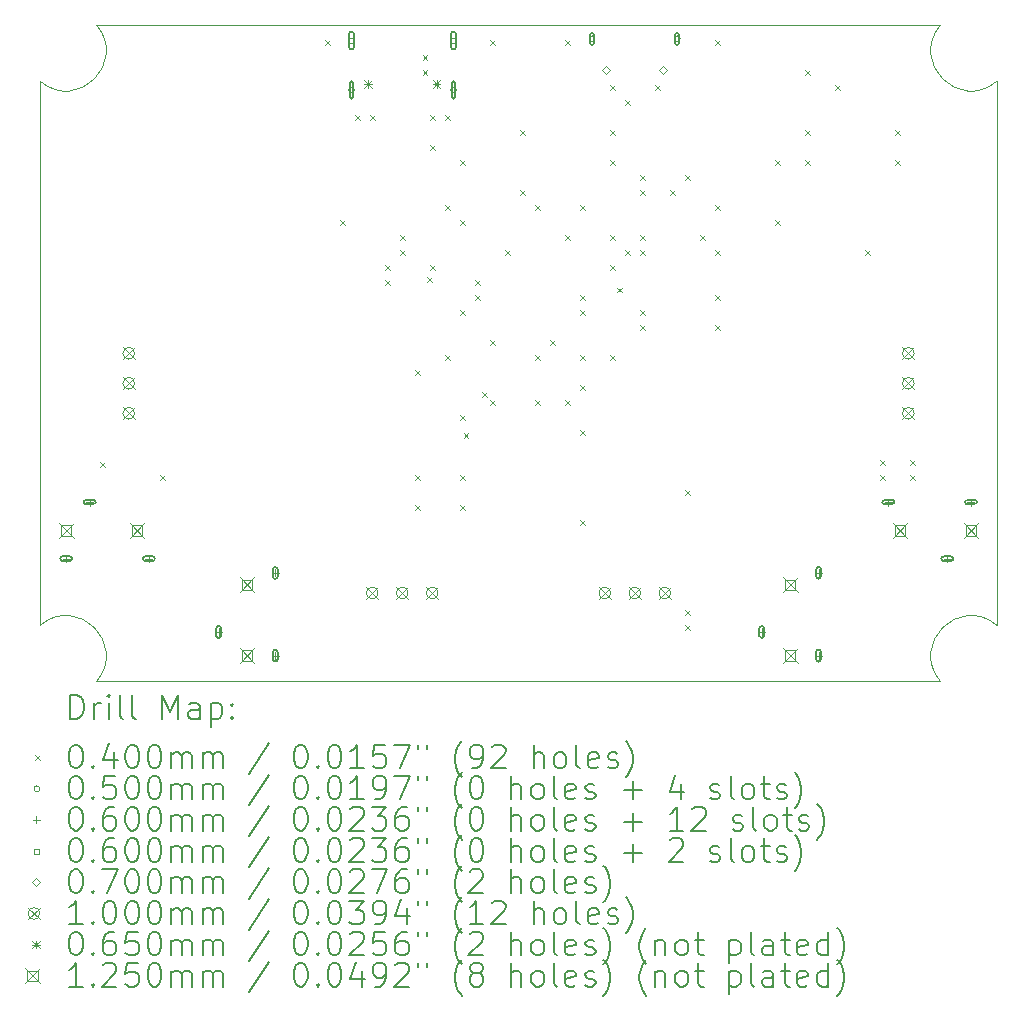
<source format=gbr>
%FSLAX45Y45*%
G04 Gerber Fmt 4.5, Leading zero omitted, Abs format (unit mm)*
G04 Created by KiCad (PCBNEW 6.0.4-6f826c9f35~116~ubuntu20.04.1) date 2022-05-15 07:28:55*
%MOMM*%
%LPD*%
G01*
G04 APERTURE LIST*
%TA.AperFunction,Profile*%
%ADD10C,0.100000*%
%TD*%
%ADD11C,0.200000*%
%ADD12C,0.040000*%
%ADD13C,0.050000*%
%ADD14C,0.059999*%
%ADD15C,0.060000*%
%ADD16C,0.070000*%
%ADD17C,0.100000*%
%ADD18C,0.065000*%
%ADD19C,0.125000*%
G04 APERTURE END LIST*
D10*
X14048125Y-12301875D02*
G75*
G03*
X13571875Y-12778125I-217292J-258958D01*
G01*
X6428125Y-12778125D02*
G75*
G03*
X5951875Y-12301875I-258955J217295D01*
G01*
X14048125Y-12301875D02*
X14048125Y-7698125D01*
X6428125Y-12778125D02*
X13571875Y-12778125D01*
X5951875Y-12301875D02*
X5951875Y-7698125D01*
X13571875Y-7221875D02*
X6428125Y-7221875D01*
X5951875Y-7698125D02*
G75*
G03*
X6428125Y-7221875I217292J258958D01*
G01*
X13571875Y-7221875D02*
G75*
G03*
X14048125Y-7698125I258955J-217295D01*
G01*
D11*
D12*
X6458382Y-10920266D02*
X6498382Y-10960266D01*
X6498382Y-10920266D02*
X6458382Y-10960266D01*
X6965000Y-11029000D02*
X7005000Y-11069000D01*
X7005000Y-11029000D02*
X6965000Y-11069000D01*
X8362000Y-7346000D02*
X8402000Y-7386000D01*
X8402000Y-7346000D02*
X8362000Y-7386000D01*
X8489000Y-8870000D02*
X8529000Y-8910000D01*
X8529000Y-8870000D02*
X8489000Y-8910000D01*
X8616000Y-7981000D02*
X8656000Y-8021000D01*
X8656000Y-7981000D02*
X8616000Y-8021000D01*
X8743000Y-7981000D02*
X8783000Y-8021000D01*
X8783000Y-7981000D02*
X8743000Y-8021000D01*
X8870000Y-9251000D02*
X8910000Y-9291000D01*
X8910000Y-9251000D02*
X8870000Y-9291000D01*
X8870000Y-9378000D02*
X8910000Y-9418000D01*
X8910000Y-9378000D02*
X8870000Y-9418000D01*
X8997000Y-8997000D02*
X9037000Y-9037000D01*
X9037000Y-8997000D02*
X8997000Y-9037000D01*
X8997000Y-9124000D02*
X9037000Y-9164000D01*
X9037000Y-9124000D02*
X8997000Y-9164000D01*
X9124000Y-10140000D02*
X9164000Y-10180000D01*
X9164000Y-10140000D02*
X9124000Y-10180000D01*
X9124000Y-11029000D02*
X9164000Y-11069000D01*
X9164000Y-11029000D02*
X9124000Y-11069000D01*
X9124000Y-11283000D02*
X9164000Y-11323000D01*
X9164000Y-11283000D02*
X9124000Y-11323000D01*
X9187500Y-7473000D02*
X9227500Y-7513000D01*
X9227500Y-7473000D02*
X9187500Y-7513000D01*
X9187500Y-7600000D02*
X9227500Y-7640000D01*
X9227500Y-7600000D02*
X9187500Y-7640000D01*
X9228632Y-9355632D02*
X9268632Y-9395632D01*
X9268632Y-9355632D02*
X9228632Y-9395632D01*
X9251000Y-7981000D02*
X9291000Y-8021000D01*
X9291000Y-7981000D02*
X9251000Y-8021000D01*
X9251000Y-8235000D02*
X9291000Y-8275000D01*
X9291000Y-8235000D02*
X9251000Y-8275000D01*
X9251000Y-9251000D02*
X9291000Y-9291000D01*
X9291000Y-9251000D02*
X9251000Y-9291000D01*
X9378000Y-7981000D02*
X9418000Y-8021000D01*
X9418000Y-7981000D02*
X9378000Y-8021000D01*
X9378000Y-8743000D02*
X9418000Y-8783000D01*
X9418000Y-8743000D02*
X9378000Y-8783000D01*
X9378000Y-10013000D02*
X9418000Y-10053000D01*
X9418000Y-10013000D02*
X9378000Y-10053000D01*
X9505000Y-8362000D02*
X9545000Y-8402000D01*
X9545000Y-8362000D02*
X9505000Y-8402000D01*
X9505000Y-8870000D02*
X9545000Y-8910000D01*
X9545000Y-8870000D02*
X9505000Y-8910000D01*
X9505000Y-9632000D02*
X9545000Y-9672000D01*
X9545000Y-9632000D02*
X9505000Y-9672000D01*
X9505000Y-10521000D02*
X9545000Y-10561000D01*
X9545000Y-10521000D02*
X9505000Y-10561000D01*
X9505000Y-11029000D02*
X9545000Y-11069000D01*
X9545000Y-11029000D02*
X9505000Y-11069000D01*
X9505000Y-11283000D02*
X9545000Y-11323000D01*
X9545000Y-11283000D02*
X9505000Y-11323000D01*
X9535500Y-10678500D02*
X9575500Y-10718500D01*
X9575500Y-10678500D02*
X9535500Y-10718500D01*
X9632000Y-9378000D02*
X9672000Y-9418000D01*
X9672000Y-9378000D02*
X9632000Y-9418000D01*
X9632000Y-9505000D02*
X9672000Y-9545000D01*
X9672000Y-9505000D02*
X9632000Y-9545000D01*
X9692310Y-10327310D02*
X9732310Y-10367310D01*
X9732310Y-10327310D02*
X9692310Y-10367310D01*
X9759000Y-7346000D02*
X9799000Y-7386000D01*
X9799000Y-7346000D02*
X9759000Y-7386000D01*
X9759000Y-9886000D02*
X9799000Y-9926000D01*
X9799000Y-9886000D02*
X9759000Y-9926000D01*
X9759000Y-10394000D02*
X9799000Y-10434000D01*
X9799000Y-10394000D02*
X9759000Y-10434000D01*
X9886000Y-9124000D02*
X9926000Y-9164000D01*
X9926000Y-9124000D02*
X9886000Y-9164000D01*
X10013000Y-8108000D02*
X10053000Y-8148000D01*
X10053000Y-8108000D02*
X10013000Y-8148000D01*
X10013000Y-8616000D02*
X10053000Y-8656000D01*
X10053000Y-8616000D02*
X10013000Y-8656000D01*
X10140000Y-8743000D02*
X10180000Y-8783000D01*
X10180000Y-8743000D02*
X10140000Y-8783000D01*
X10140000Y-10013000D02*
X10180000Y-10053000D01*
X10180000Y-10013000D02*
X10140000Y-10053000D01*
X10140000Y-10394000D02*
X10180000Y-10434000D01*
X10180000Y-10394000D02*
X10140000Y-10434000D01*
X10267000Y-9886000D02*
X10307000Y-9926000D01*
X10307000Y-9886000D02*
X10267000Y-9926000D01*
X10394000Y-7346000D02*
X10434000Y-7386000D01*
X10434000Y-7346000D02*
X10394000Y-7386000D01*
X10394000Y-8997000D02*
X10434000Y-9037000D01*
X10434000Y-8997000D02*
X10394000Y-9037000D01*
X10394000Y-10394000D02*
X10434000Y-10434000D01*
X10434000Y-10394000D02*
X10394000Y-10434000D01*
X10520033Y-10013967D02*
X10560033Y-10053967D01*
X10560033Y-10013967D02*
X10520033Y-10053967D01*
X10521000Y-8743000D02*
X10561000Y-8783000D01*
X10561000Y-8743000D02*
X10521000Y-8783000D01*
X10521000Y-9505000D02*
X10561000Y-9545000D01*
X10561000Y-9505000D02*
X10521000Y-9545000D01*
X10521000Y-9632000D02*
X10561000Y-9672000D01*
X10561000Y-9632000D02*
X10521000Y-9672000D01*
X10521000Y-10267000D02*
X10561000Y-10307000D01*
X10561000Y-10267000D02*
X10521000Y-10307000D01*
X10521000Y-10648000D02*
X10561000Y-10688000D01*
X10561000Y-10648000D02*
X10521000Y-10688000D01*
X10521000Y-11410000D02*
X10561000Y-11450000D01*
X10561000Y-11410000D02*
X10521000Y-11450000D01*
X10775000Y-7727000D02*
X10815000Y-7767000D01*
X10815000Y-7727000D02*
X10775000Y-7767000D01*
X10775000Y-8108000D02*
X10815000Y-8148000D01*
X10815000Y-8108000D02*
X10775000Y-8148000D01*
X10775000Y-8362000D02*
X10815000Y-8402000D01*
X10815000Y-8362000D02*
X10775000Y-8402000D01*
X10775000Y-8997000D02*
X10815000Y-9037000D01*
X10815000Y-8997000D02*
X10775000Y-9037000D01*
X10775000Y-9251000D02*
X10815000Y-9291000D01*
X10815000Y-9251000D02*
X10775000Y-9291000D01*
X10775000Y-10013000D02*
X10815000Y-10053000D01*
X10815000Y-10013000D02*
X10775000Y-10053000D01*
X10835234Y-9444766D02*
X10875234Y-9484766D01*
X10875234Y-9444766D02*
X10835234Y-9484766D01*
X10902000Y-7854000D02*
X10942000Y-7894000D01*
X10942000Y-7854000D02*
X10902000Y-7894000D01*
X10902000Y-9124000D02*
X10942000Y-9164000D01*
X10942000Y-9124000D02*
X10902000Y-9164000D01*
X11029000Y-8489000D02*
X11069000Y-8529000D01*
X11069000Y-8489000D02*
X11029000Y-8529000D01*
X11029000Y-8616000D02*
X11069000Y-8656000D01*
X11069000Y-8616000D02*
X11029000Y-8656000D01*
X11029000Y-8997000D02*
X11069000Y-9037000D01*
X11069000Y-8997000D02*
X11029000Y-9037000D01*
X11029000Y-9124000D02*
X11069000Y-9164000D01*
X11069000Y-9124000D02*
X11029000Y-9164000D01*
X11029000Y-9632000D02*
X11069000Y-9672000D01*
X11069000Y-9632000D02*
X11029000Y-9672000D01*
X11029000Y-9759000D02*
X11069000Y-9799000D01*
X11069000Y-9759000D02*
X11029000Y-9799000D01*
X11156000Y-7727000D02*
X11196000Y-7767000D01*
X11196000Y-7727000D02*
X11156000Y-7767000D01*
X11283000Y-8616000D02*
X11323000Y-8656000D01*
X11323000Y-8616000D02*
X11283000Y-8656000D01*
X11410000Y-8489000D02*
X11450000Y-8529000D01*
X11450000Y-8489000D02*
X11410000Y-8529000D01*
X11410000Y-11156000D02*
X11450000Y-11196000D01*
X11450000Y-11156000D02*
X11410000Y-11196000D01*
X11410000Y-12172000D02*
X11450000Y-12212000D01*
X11450000Y-12172000D02*
X11410000Y-12212000D01*
X11410000Y-12299000D02*
X11450000Y-12339000D01*
X11450000Y-12299000D02*
X11410000Y-12339000D01*
X11537000Y-8997000D02*
X11577000Y-9037000D01*
X11577000Y-8997000D02*
X11537000Y-9037000D01*
X11664000Y-7346000D02*
X11704000Y-7386000D01*
X11704000Y-7346000D02*
X11664000Y-7386000D01*
X11664000Y-8743000D02*
X11704000Y-8783000D01*
X11704000Y-8743000D02*
X11664000Y-8783000D01*
X11664000Y-9124000D02*
X11704000Y-9164000D01*
X11704000Y-9124000D02*
X11664000Y-9164000D01*
X11664000Y-9505000D02*
X11704000Y-9545000D01*
X11704000Y-9505000D02*
X11664000Y-9545000D01*
X11664000Y-9759000D02*
X11704000Y-9799000D01*
X11704000Y-9759000D02*
X11664000Y-9799000D01*
X12172000Y-8362000D02*
X12212000Y-8402000D01*
X12212000Y-8362000D02*
X12172000Y-8402000D01*
X12172000Y-8870000D02*
X12212000Y-8910000D01*
X12212000Y-8870000D02*
X12172000Y-8910000D01*
X12426000Y-7600000D02*
X12466000Y-7640000D01*
X12466000Y-7600000D02*
X12426000Y-7640000D01*
X12426000Y-8108000D02*
X12466000Y-8148000D01*
X12466000Y-8108000D02*
X12426000Y-8148000D01*
X12426000Y-8362000D02*
X12466000Y-8402000D01*
X12466000Y-8362000D02*
X12426000Y-8402000D01*
X12680000Y-7727000D02*
X12720000Y-7767000D01*
X12720000Y-7727000D02*
X12680000Y-7767000D01*
X12934000Y-9124000D02*
X12974000Y-9164000D01*
X12974000Y-9124000D02*
X12934000Y-9164000D01*
X13061000Y-10902000D02*
X13101000Y-10942000D01*
X13101000Y-10902000D02*
X13061000Y-10942000D01*
X13061000Y-11029000D02*
X13101000Y-11069000D01*
X13101000Y-11029000D02*
X13061000Y-11069000D01*
X13188000Y-8108000D02*
X13228000Y-8148000D01*
X13228000Y-8108000D02*
X13188000Y-8148000D01*
X13188000Y-8362000D02*
X13228000Y-8402000D01*
X13228000Y-8362000D02*
X13188000Y-8402000D01*
X13315000Y-10902000D02*
X13355000Y-10942000D01*
X13355000Y-10902000D02*
X13315000Y-10942000D01*
X13315000Y-11029000D02*
X13355000Y-11069000D01*
X13355000Y-11029000D02*
X13315000Y-11069000D01*
D13*
X8610000Y-7771000D02*
G75*
G03*
X8610000Y-7771000I-25000J0D01*
G01*
D11*
X8600000Y-7831000D02*
X8600000Y-7711000D01*
X8570000Y-7831000D02*
X8570000Y-7711000D01*
X8600000Y-7711000D02*
G75*
G03*
X8570000Y-7711000I-15000J0D01*
G01*
X8570000Y-7831000D02*
G75*
G03*
X8600000Y-7831000I15000J0D01*
G01*
D13*
X9474000Y-7771000D02*
G75*
G03*
X9474000Y-7771000I-25000J0D01*
G01*
D11*
X9464000Y-7831000D02*
X9464000Y-7711000D01*
X9434000Y-7831000D02*
X9434000Y-7711000D01*
X9464000Y-7711000D02*
G75*
G03*
X9434000Y-7711000I-15000J0D01*
G01*
X9434000Y-7831000D02*
G75*
G03*
X9464000Y-7831000I15000J0D01*
G01*
D13*
X10648000Y-7337000D02*
G75*
G03*
X10648000Y-7337000I-25000J0D01*
G01*
D11*
X10638000Y-7377000D02*
X10638000Y-7297000D01*
X10608000Y-7377000D02*
X10608000Y-7297000D01*
X10638000Y-7297000D02*
G75*
G03*
X10608000Y-7297000I-15000J0D01*
G01*
X10608000Y-7377000D02*
G75*
G03*
X10638000Y-7377000I15000J0D01*
G01*
D13*
X11368000Y-7337000D02*
G75*
G03*
X11368000Y-7337000I-25000J0D01*
G01*
D11*
X11328000Y-7297000D02*
X11328000Y-7377000D01*
X11358000Y-7297000D02*
X11358000Y-7377000D01*
X11328000Y-7377000D02*
G75*
G03*
X11358000Y-7377000I15000J0D01*
G01*
X11358000Y-7297000D02*
G75*
G03*
X11328000Y-7297000I-15000J0D01*
G01*
D14*
X6170000Y-11710000D02*
X6170000Y-11770000D01*
X6140000Y-11740000D02*
X6200000Y-11740000D01*
D11*
X6140000Y-11760000D02*
X6200000Y-11760000D01*
X6140000Y-11720000D02*
X6200000Y-11720000D01*
X6200000Y-11760000D02*
G75*
G03*
X6200000Y-11720000I0J20000D01*
G01*
X6140000Y-11720000D02*
G75*
G03*
X6140000Y-11760000I0J-20000D01*
G01*
D14*
X6370000Y-11230000D02*
X6370000Y-11290000D01*
X6340000Y-11260000D02*
X6400000Y-11260000D01*
D11*
X6340000Y-11280000D02*
X6400000Y-11280000D01*
X6340000Y-11240000D02*
X6400000Y-11240000D01*
X6400000Y-11280000D02*
G75*
G03*
X6400000Y-11240000I0J20000D01*
G01*
X6340000Y-11240000D02*
G75*
G03*
X6340000Y-11280000I0J-20000D01*
G01*
D14*
X6870000Y-11710000D02*
X6870000Y-11770000D01*
X6840000Y-11740000D02*
X6900000Y-11740000D01*
D11*
X6840000Y-11760000D02*
X6900000Y-11760000D01*
X6840000Y-11720000D02*
X6900000Y-11720000D01*
X6900000Y-11760000D02*
G75*
G03*
X6900000Y-11720000I0J20000D01*
G01*
X6840000Y-11720000D02*
G75*
G03*
X6840000Y-11760000I0J-20000D01*
G01*
D14*
X7460000Y-12330000D02*
X7460000Y-12390000D01*
X7430000Y-12360000D02*
X7490000Y-12360000D01*
D11*
X7480000Y-12390000D02*
X7480000Y-12330000D01*
X7440000Y-12390000D02*
X7440000Y-12330000D01*
X7480000Y-12330000D02*
G75*
G03*
X7440000Y-12330000I-20000J0D01*
G01*
X7440000Y-12390000D02*
G75*
G03*
X7480000Y-12390000I20000J0D01*
G01*
D14*
X7940000Y-11830000D02*
X7940000Y-11890000D01*
X7910000Y-11860000D02*
X7970000Y-11860000D01*
D11*
X7960000Y-11890000D02*
X7960000Y-11830000D01*
X7920000Y-11890000D02*
X7920000Y-11830000D01*
X7960000Y-11830000D02*
G75*
G03*
X7920000Y-11830000I-20000J0D01*
G01*
X7920000Y-11890000D02*
G75*
G03*
X7960000Y-11890000I20000J0D01*
G01*
D14*
X7940000Y-12530000D02*
X7940000Y-12590000D01*
X7910000Y-12560000D02*
X7970000Y-12560000D01*
D11*
X7960000Y-12590000D02*
X7960000Y-12530000D01*
X7920000Y-12590000D02*
X7920000Y-12530000D01*
X7960000Y-12530000D02*
G75*
G03*
X7920000Y-12530000I-20000J0D01*
G01*
X7920000Y-12590000D02*
G75*
G03*
X7960000Y-12590000I20000J0D01*
G01*
D14*
X12060000Y-12330000D02*
X12060000Y-12390000D01*
X12030000Y-12360000D02*
X12090000Y-12360000D01*
D11*
X12080000Y-12390000D02*
X12080000Y-12330000D01*
X12040000Y-12390000D02*
X12040000Y-12330000D01*
X12080000Y-12330000D02*
G75*
G03*
X12040000Y-12330000I-20000J0D01*
G01*
X12040000Y-12390000D02*
G75*
G03*
X12080000Y-12390000I20000J0D01*
G01*
D14*
X12540000Y-11830000D02*
X12540000Y-11890000D01*
X12510000Y-11860000D02*
X12570000Y-11860000D01*
D11*
X12560000Y-11890000D02*
X12560000Y-11830000D01*
X12520000Y-11890000D02*
X12520000Y-11830000D01*
X12560000Y-11830000D02*
G75*
G03*
X12520000Y-11830000I-20000J0D01*
G01*
X12520000Y-11890000D02*
G75*
G03*
X12560000Y-11890000I20000J0D01*
G01*
D14*
X12540000Y-12530000D02*
X12540000Y-12590000D01*
X12510000Y-12560000D02*
X12570000Y-12560000D01*
D11*
X12560000Y-12590000D02*
X12560000Y-12530000D01*
X12520000Y-12590000D02*
X12520000Y-12530000D01*
X12560000Y-12530000D02*
G75*
G03*
X12520000Y-12530000I-20000J0D01*
G01*
X12520000Y-12590000D02*
G75*
G03*
X12560000Y-12590000I20000J0D01*
G01*
D14*
X13130000Y-11230000D02*
X13130000Y-11290000D01*
X13100000Y-11260000D02*
X13160000Y-11260000D01*
D11*
X13160000Y-11240000D02*
X13100000Y-11240000D01*
X13160000Y-11280000D02*
X13100000Y-11280000D01*
X13100000Y-11240000D02*
G75*
G03*
X13100000Y-11280000I0J-20000D01*
G01*
X13160000Y-11280000D02*
G75*
G03*
X13160000Y-11240000I0J20000D01*
G01*
D14*
X13630000Y-11710000D02*
X13630000Y-11770000D01*
X13600000Y-11740000D02*
X13660000Y-11740000D01*
D11*
X13660000Y-11720000D02*
X13600000Y-11720000D01*
X13660000Y-11760000D02*
X13600000Y-11760000D01*
X13600000Y-11720000D02*
G75*
G03*
X13600000Y-11760000I0J-20000D01*
G01*
X13660000Y-11760000D02*
G75*
G03*
X13660000Y-11720000I0J20000D01*
G01*
D14*
X13830000Y-11230000D02*
X13830000Y-11290000D01*
X13800000Y-11260000D02*
X13860000Y-11260000D01*
D11*
X13860000Y-11240000D02*
X13800000Y-11240000D01*
X13860000Y-11280000D02*
X13800000Y-11280000D01*
X13800000Y-11240000D02*
G75*
G03*
X13800000Y-11280000I0J-20000D01*
G01*
X13860000Y-11280000D02*
G75*
G03*
X13860000Y-11240000I0J20000D01*
G01*
D15*
X8606213Y-7374213D02*
X8606213Y-7331787D01*
X8563787Y-7331787D01*
X8563787Y-7374213D01*
X8606213Y-7374213D01*
D11*
X8605000Y-7408000D02*
X8605000Y-7298000D01*
X8565000Y-7408000D02*
X8565000Y-7298000D01*
X8605000Y-7298000D02*
G75*
G03*
X8565000Y-7298000I-20000J0D01*
G01*
X8565000Y-7408000D02*
G75*
G03*
X8605000Y-7408000I20000J0D01*
G01*
D15*
X9470213Y-7374213D02*
X9470213Y-7331787D01*
X9427787Y-7331787D01*
X9427787Y-7374213D01*
X9470213Y-7374213D01*
D11*
X9469000Y-7408000D02*
X9469000Y-7298000D01*
X9429000Y-7408000D02*
X9429000Y-7298000D01*
X9469000Y-7298000D02*
G75*
G03*
X9429000Y-7298000I-20000J0D01*
G01*
X9429000Y-7408000D02*
G75*
G03*
X9469000Y-7408000I20000J0D01*
G01*
D16*
X10740500Y-7637000D02*
X10775500Y-7602000D01*
X10740500Y-7567000D01*
X10705500Y-7602000D01*
X10740500Y-7637000D01*
X11225500Y-7637000D02*
X11260500Y-7602000D01*
X11225500Y-7567000D01*
X11190500Y-7602000D01*
X11225500Y-7637000D01*
D17*
X6650000Y-9950000D02*
X6750000Y-10050000D01*
X6750000Y-9950000D02*
X6650000Y-10050000D01*
X6750000Y-10000000D02*
G75*
G03*
X6750000Y-10000000I-50000J0D01*
G01*
X6650000Y-10204000D02*
X6750000Y-10304000D01*
X6750000Y-10204000D02*
X6650000Y-10304000D01*
X6750000Y-10254000D02*
G75*
G03*
X6750000Y-10254000I-50000J0D01*
G01*
X6650000Y-10458000D02*
X6750000Y-10558000D01*
X6750000Y-10458000D02*
X6650000Y-10558000D01*
X6750000Y-10508000D02*
G75*
G03*
X6750000Y-10508000I-50000J0D01*
G01*
X8711500Y-11980000D02*
X8811500Y-12080000D01*
X8811500Y-11980000D02*
X8711500Y-12080000D01*
X8811500Y-12030000D02*
G75*
G03*
X8811500Y-12030000I-50000J0D01*
G01*
X8965500Y-11980000D02*
X9065500Y-12080000D01*
X9065500Y-11980000D02*
X8965500Y-12080000D01*
X9065500Y-12030000D02*
G75*
G03*
X9065500Y-12030000I-50000J0D01*
G01*
X9219500Y-11980000D02*
X9319500Y-12080000D01*
X9319500Y-11980000D02*
X9219500Y-12080000D01*
X9319500Y-12030000D02*
G75*
G03*
X9319500Y-12030000I-50000J0D01*
G01*
X10680500Y-11980000D02*
X10780500Y-12080000D01*
X10780500Y-11980000D02*
X10680500Y-12080000D01*
X10780500Y-12030000D02*
G75*
G03*
X10780500Y-12030000I-50000J0D01*
G01*
X10934500Y-11980000D02*
X11034500Y-12080000D01*
X11034500Y-11980000D02*
X10934500Y-12080000D01*
X11034500Y-12030000D02*
G75*
G03*
X11034500Y-12030000I-50000J0D01*
G01*
X11188500Y-11980000D02*
X11288500Y-12080000D01*
X11288500Y-11980000D02*
X11188500Y-12080000D01*
X11288500Y-12030000D02*
G75*
G03*
X11288500Y-12030000I-50000J0D01*
G01*
X13250000Y-9950000D02*
X13350000Y-10050000D01*
X13350000Y-9950000D02*
X13250000Y-10050000D01*
X13350000Y-10000000D02*
G75*
G03*
X13350000Y-10000000I-50000J0D01*
G01*
X13250000Y-10204000D02*
X13350000Y-10304000D01*
X13350000Y-10204000D02*
X13250000Y-10304000D01*
X13350000Y-10254000D02*
G75*
G03*
X13350000Y-10254000I-50000J0D01*
G01*
X13250000Y-10458000D02*
X13350000Y-10558000D01*
X13350000Y-10458000D02*
X13250000Y-10558000D01*
X13350000Y-10508000D02*
G75*
G03*
X13350000Y-10508000I-50000J0D01*
G01*
D18*
X8695500Y-7688500D02*
X8760500Y-7753500D01*
X8760500Y-7688500D02*
X8695500Y-7753500D01*
X8728000Y-7688500D02*
X8728000Y-7753500D01*
X8695500Y-7721000D02*
X8760500Y-7721000D01*
X9273500Y-7688500D02*
X9338500Y-7753500D01*
X9338500Y-7688500D02*
X9273500Y-7753500D01*
X9306000Y-7688500D02*
X9306000Y-7753500D01*
X9273500Y-7721000D02*
X9338500Y-7721000D01*
D19*
X6107500Y-11437500D02*
X6232500Y-11562500D01*
X6232500Y-11437500D02*
X6107500Y-11562500D01*
X6214195Y-11544195D02*
X6214195Y-11455805D01*
X6125805Y-11455805D01*
X6125805Y-11544195D01*
X6214195Y-11544195D01*
X6707500Y-11437500D02*
X6832500Y-11562500D01*
X6832500Y-11437500D02*
X6707500Y-11562500D01*
X6814195Y-11544195D02*
X6814195Y-11455805D01*
X6725805Y-11455805D01*
X6725805Y-11544195D01*
X6814195Y-11544195D01*
X7637500Y-11897500D02*
X7762500Y-12022500D01*
X7762500Y-11897500D02*
X7637500Y-12022500D01*
X7744195Y-12004195D02*
X7744195Y-11915805D01*
X7655805Y-11915805D01*
X7655805Y-12004195D01*
X7744195Y-12004195D01*
X7637500Y-12497500D02*
X7762500Y-12622500D01*
X7762500Y-12497500D02*
X7637500Y-12622500D01*
X7744195Y-12604195D02*
X7744195Y-12515805D01*
X7655805Y-12515805D01*
X7655805Y-12604195D01*
X7744195Y-12604195D01*
X12237500Y-11897500D02*
X12362500Y-12022500D01*
X12362500Y-11897500D02*
X12237500Y-12022500D01*
X12344195Y-12004195D02*
X12344195Y-11915805D01*
X12255805Y-11915805D01*
X12255805Y-12004195D01*
X12344195Y-12004195D01*
X12237500Y-12497500D02*
X12362500Y-12622500D01*
X12362500Y-12497500D02*
X12237500Y-12622500D01*
X12344195Y-12604195D02*
X12344195Y-12515805D01*
X12255805Y-12515805D01*
X12255805Y-12604195D01*
X12344195Y-12604195D01*
X13167500Y-11437500D02*
X13292500Y-11562500D01*
X13292500Y-11437500D02*
X13167500Y-11562500D01*
X13274195Y-11544195D02*
X13274195Y-11455805D01*
X13185805Y-11455805D01*
X13185805Y-11544195D01*
X13274195Y-11544195D01*
X13767500Y-11437500D02*
X13892500Y-11562500D01*
X13892500Y-11437500D02*
X13767500Y-11562500D01*
X13874195Y-11544195D02*
X13874195Y-11455805D01*
X13785805Y-11455805D01*
X13785805Y-11544195D01*
X13874195Y-11544195D01*
D11*
X6204494Y-13093601D02*
X6204494Y-12893601D01*
X6252113Y-12893601D01*
X6280684Y-12903125D01*
X6299732Y-12922173D01*
X6309256Y-12941220D01*
X6318780Y-12979315D01*
X6318780Y-13007887D01*
X6309256Y-13045982D01*
X6299732Y-13065030D01*
X6280684Y-13084077D01*
X6252113Y-13093601D01*
X6204494Y-13093601D01*
X6404494Y-13093601D02*
X6404494Y-12960268D01*
X6404494Y-12998363D02*
X6414018Y-12979315D01*
X6423542Y-12969792D01*
X6442589Y-12960268D01*
X6461637Y-12960268D01*
X6528303Y-13093601D02*
X6528303Y-12960268D01*
X6528303Y-12893601D02*
X6518780Y-12903125D01*
X6528303Y-12912649D01*
X6537827Y-12903125D01*
X6528303Y-12893601D01*
X6528303Y-12912649D01*
X6652113Y-13093601D02*
X6633065Y-13084077D01*
X6623542Y-13065030D01*
X6623542Y-12893601D01*
X6756875Y-13093601D02*
X6737827Y-13084077D01*
X6728303Y-13065030D01*
X6728303Y-12893601D01*
X6985446Y-13093601D02*
X6985446Y-12893601D01*
X7052113Y-13036458D01*
X7118780Y-12893601D01*
X7118780Y-13093601D01*
X7299732Y-13093601D02*
X7299732Y-12988839D01*
X7290208Y-12969792D01*
X7271161Y-12960268D01*
X7233065Y-12960268D01*
X7214018Y-12969792D01*
X7299732Y-13084077D02*
X7280684Y-13093601D01*
X7233065Y-13093601D01*
X7214018Y-13084077D01*
X7204494Y-13065030D01*
X7204494Y-13045982D01*
X7214018Y-13026934D01*
X7233065Y-13017411D01*
X7280684Y-13017411D01*
X7299732Y-13007887D01*
X7394970Y-12960268D02*
X7394970Y-13160268D01*
X7394970Y-12969792D02*
X7414018Y-12960268D01*
X7452113Y-12960268D01*
X7471161Y-12969792D01*
X7480684Y-12979315D01*
X7490208Y-12998363D01*
X7490208Y-13055506D01*
X7480684Y-13074553D01*
X7471161Y-13084077D01*
X7452113Y-13093601D01*
X7414018Y-13093601D01*
X7394970Y-13084077D01*
X7575923Y-13074553D02*
X7585446Y-13084077D01*
X7575923Y-13093601D01*
X7566399Y-13084077D01*
X7575923Y-13074553D01*
X7575923Y-13093601D01*
X7575923Y-12969792D02*
X7585446Y-12979315D01*
X7575923Y-12988839D01*
X7566399Y-12979315D01*
X7575923Y-12969792D01*
X7575923Y-12988839D01*
D12*
X5906875Y-13403125D02*
X5946875Y-13443125D01*
X5946875Y-13403125D02*
X5906875Y-13443125D01*
D11*
X6242589Y-13313601D02*
X6261637Y-13313601D01*
X6280684Y-13323125D01*
X6290208Y-13332649D01*
X6299732Y-13351696D01*
X6309256Y-13389792D01*
X6309256Y-13437411D01*
X6299732Y-13475506D01*
X6290208Y-13494553D01*
X6280684Y-13504077D01*
X6261637Y-13513601D01*
X6242589Y-13513601D01*
X6223542Y-13504077D01*
X6214018Y-13494553D01*
X6204494Y-13475506D01*
X6194970Y-13437411D01*
X6194970Y-13389792D01*
X6204494Y-13351696D01*
X6214018Y-13332649D01*
X6223542Y-13323125D01*
X6242589Y-13313601D01*
X6394970Y-13494553D02*
X6404494Y-13504077D01*
X6394970Y-13513601D01*
X6385446Y-13504077D01*
X6394970Y-13494553D01*
X6394970Y-13513601D01*
X6575923Y-13380268D02*
X6575923Y-13513601D01*
X6528303Y-13304077D02*
X6480684Y-13446934D01*
X6604494Y-13446934D01*
X6718780Y-13313601D02*
X6737827Y-13313601D01*
X6756875Y-13323125D01*
X6766399Y-13332649D01*
X6775923Y-13351696D01*
X6785446Y-13389792D01*
X6785446Y-13437411D01*
X6775923Y-13475506D01*
X6766399Y-13494553D01*
X6756875Y-13504077D01*
X6737827Y-13513601D01*
X6718780Y-13513601D01*
X6699732Y-13504077D01*
X6690208Y-13494553D01*
X6680684Y-13475506D01*
X6671161Y-13437411D01*
X6671161Y-13389792D01*
X6680684Y-13351696D01*
X6690208Y-13332649D01*
X6699732Y-13323125D01*
X6718780Y-13313601D01*
X6909256Y-13313601D02*
X6928303Y-13313601D01*
X6947351Y-13323125D01*
X6956875Y-13332649D01*
X6966399Y-13351696D01*
X6975923Y-13389792D01*
X6975923Y-13437411D01*
X6966399Y-13475506D01*
X6956875Y-13494553D01*
X6947351Y-13504077D01*
X6928303Y-13513601D01*
X6909256Y-13513601D01*
X6890208Y-13504077D01*
X6880684Y-13494553D01*
X6871161Y-13475506D01*
X6861637Y-13437411D01*
X6861637Y-13389792D01*
X6871161Y-13351696D01*
X6880684Y-13332649D01*
X6890208Y-13323125D01*
X6909256Y-13313601D01*
X7061637Y-13513601D02*
X7061637Y-13380268D01*
X7061637Y-13399315D02*
X7071161Y-13389792D01*
X7090208Y-13380268D01*
X7118780Y-13380268D01*
X7137827Y-13389792D01*
X7147351Y-13408839D01*
X7147351Y-13513601D01*
X7147351Y-13408839D02*
X7156875Y-13389792D01*
X7175923Y-13380268D01*
X7204494Y-13380268D01*
X7223542Y-13389792D01*
X7233065Y-13408839D01*
X7233065Y-13513601D01*
X7328303Y-13513601D02*
X7328303Y-13380268D01*
X7328303Y-13399315D02*
X7337827Y-13389792D01*
X7356875Y-13380268D01*
X7385446Y-13380268D01*
X7404494Y-13389792D01*
X7414018Y-13408839D01*
X7414018Y-13513601D01*
X7414018Y-13408839D02*
X7423542Y-13389792D01*
X7442589Y-13380268D01*
X7471161Y-13380268D01*
X7490208Y-13389792D01*
X7499732Y-13408839D01*
X7499732Y-13513601D01*
X7890208Y-13304077D02*
X7718780Y-13561220D01*
X8147351Y-13313601D02*
X8166399Y-13313601D01*
X8185446Y-13323125D01*
X8194970Y-13332649D01*
X8204494Y-13351696D01*
X8214018Y-13389792D01*
X8214018Y-13437411D01*
X8204494Y-13475506D01*
X8194970Y-13494553D01*
X8185446Y-13504077D01*
X8166399Y-13513601D01*
X8147351Y-13513601D01*
X8128303Y-13504077D01*
X8118780Y-13494553D01*
X8109256Y-13475506D01*
X8099732Y-13437411D01*
X8099732Y-13389792D01*
X8109256Y-13351696D01*
X8118780Y-13332649D01*
X8128303Y-13323125D01*
X8147351Y-13313601D01*
X8299732Y-13494553D02*
X8309256Y-13504077D01*
X8299732Y-13513601D01*
X8290208Y-13504077D01*
X8299732Y-13494553D01*
X8299732Y-13513601D01*
X8433065Y-13313601D02*
X8452113Y-13313601D01*
X8471161Y-13323125D01*
X8480685Y-13332649D01*
X8490208Y-13351696D01*
X8499732Y-13389792D01*
X8499732Y-13437411D01*
X8490208Y-13475506D01*
X8480685Y-13494553D01*
X8471161Y-13504077D01*
X8452113Y-13513601D01*
X8433065Y-13513601D01*
X8414018Y-13504077D01*
X8404494Y-13494553D01*
X8394970Y-13475506D01*
X8385446Y-13437411D01*
X8385446Y-13389792D01*
X8394970Y-13351696D01*
X8404494Y-13332649D01*
X8414018Y-13323125D01*
X8433065Y-13313601D01*
X8690208Y-13513601D02*
X8575923Y-13513601D01*
X8633065Y-13513601D02*
X8633065Y-13313601D01*
X8614018Y-13342173D01*
X8594970Y-13361220D01*
X8575923Y-13370744D01*
X8871161Y-13313601D02*
X8775923Y-13313601D01*
X8766399Y-13408839D01*
X8775923Y-13399315D01*
X8794970Y-13389792D01*
X8842589Y-13389792D01*
X8861637Y-13399315D01*
X8871161Y-13408839D01*
X8880685Y-13427887D01*
X8880685Y-13475506D01*
X8871161Y-13494553D01*
X8861637Y-13504077D01*
X8842589Y-13513601D01*
X8794970Y-13513601D01*
X8775923Y-13504077D01*
X8766399Y-13494553D01*
X8947351Y-13313601D02*
X9080685Y-13313601D01*
X8994970Y-13513601D01*
X9147351Y-13313601D02*
X9147351Y-13351696D01*
X9223542Y-13313601D02*
X9223542Y-13351696D01*
X9518780Y-13589792D02*
X9509256Y-13580268D01*
X9490208Y-13551696D01*
X9480685Y-13532649D01*
X9471161Y-13504077D01*
X9461637Y-13456458D01*
X9461637Y-13418363D01*
X9471161Y-13370744D01*
X9480685Y-13342173D01*
X9490208Y-13323125D01*
X9509256Y-13294553D01*
X9518780Y-13285030D01*
X9604494Y-13513601D02*
X9642589Y-13513601D01*
X9661637Y-13504077D01*
X9671161Y-13494553D01*
X9690208Y-13465982D01*
X9699732Y-13427887D01*
X9699732Y-13351696D01*
X9690208Y-13332649D01*
X9680685Y-13323125D01*
X9661637Y-13313601D01*
X9623542Y-13313601D01*
X9604494Y-13323125D01*
X9594970Y-13332649D01*
X9585446Y-13351696D01*
X9585446Y-13399315D01*
X9594970Y-13418363D01*
X9604494Y-13427887D01*
X9623542Y-13437411D01*
X9661637Y-13437411D01*
X9680685Y-13427887D01*
X9690208Y-13418363D01*
X9699732Y-13399315D01*
X9775923Y-13332649D02*
X9785446Y-13323125D01*
X9804494Y-13313601D01*
X9852113Y-13313601D01*
X9871161Y-13323125D01*
X9880685Y-13332649D01*
X9890208Y-13351696D01*
X9890208Y-13370744D01*
X9880685Y-13399315D01*
X9766399Y-13513601D01*
X9890208Y-13513601D01*
X10128304Y-13513601D02*
X10128304Y-13313601D01*
X10214018Y-13513601D02*
X10214018Y-13408839D01*
X10204494Y-13389792D01*
X10185446Y-13380268D01*
X10156875Y-13380268D01*
X10137827Y-13389792D01*
X10128304Y-13399315D01*
X10337827Y-13513601D02*
X10318780Y-13504077D01*
X10309256Y-13494553D01*
X10299732Y-13475506D01*
X10299732Y-13418363D01*
X10309256Y-13399315D01*
X10318780Y-13389792D01*
X10337827Y-13380268D01*
X10366399Y-13380268D01*
X10385446Y-13389792D01*
X10394970Y-13399315D01*
X10404494Y-13418363D01*
X10404494Y-13475506D01*
X10394970Y-13494553D01*
X10385446Y-13504077D01*
X10366399Y-13513601D01*
X10337827Y-13513601D01*
X10518780Y-13513601D02*
X10499732Y-13504077D01*
X10490208Y-13485030D01*
X10490208Y-13313601D01*
X10671161Y-13504077D02*
X10652113Y-13513601D01*
X10614018Y-13513601D01*
X10594970Y-13504077D01*
X10585446Y-13485030D01*
X10585446Y-13408839D01*
X10594970Y-13389792D01*
X10614018Y-13380268D01*
X10652113Y-13380268D01*
X10671161Y-13389792D01*
X10680685Y-13408839D01*
X10680685Y-13427887D01*
X10585446Y-13446934D01*
X10756875Y-13504077D02*
X10775923Y-13513601D01*
X10814018Y-13513601D01*
X10833065Y-13504077D01*
X10842589Y-13485030D01*
X10842589Y-13475506D01*
X10833065Y-13456458D01*
X10814018Y-13446934D01*
X10785446Y-13446934D01*
X10766399Y-13437411D01*
X10756875Y-13418363D01*
X10756875Y-13408839D01*
X10766399Y-13389792D01*
X10785446Y-13380268D01*
X10814018Y-13380268D01*
X10833065Y-13389792D01*
X10909256Y-13589792D02*
X10918780Y-13580268D01*
X10937827Y-13551696D01*
X10947351Y-13532649D01*
X10956875Y-13504077D01*
X10966399Y-13456458D01*
X10966399Y-13418363D01*
X10956875Y-13370744D01*
X10947351Y-13342173D01*
X10937827Y-13323125D01*
X10918780Y-13294553D01*
X10909256Y-13285030D01*
D13*
X5946875Y-13687125D02*
G75*
G03*
X5946875Y-13687125I-25000J0D01*
G01*
D11*
X6242589Y-13577601D02*
X6261637Y-13577601D01*
X6280684Y-13587125D01*
X6290208Y-13596649D01*
X6299732Y-13615696D01*
X6309256Y-13653792D01*
X6309256Y-13701411D01*
X6299732Y-13739506D01*
X6290208Y-13758553D01*
X6280684Y-13768077D01*
X6261637Y-13777601D01*
X6242589Y-13777601D01*
X6223542Y-13768077D01*
X6214018Y-13758553D01*
X6204494Y-13739506D01*
X6194970Y-13701411D01*
X6194970Y-13653792D01*
X6204494Y-13615696D01*
X6214018Y-13596649D01*
X6223542Y-13587125D01*
X6242589Y-13577601D01*
X6394970Y-13758553D02*
X6404494Y-13768077D01*
X6394970Y-13777601D01*
X6385446Y-13768077D01*
X6394970Y-13758553D01*
X6394970Y-13777601D01*
X6585446Y-13577601D02*
X6490208Y-13577601D01*
X6480684Y-13672839D01*
X6490208Y-13663315D01*
X6509256Y-13653792D01*
X6556875Y-13653792D01*
X6575923Y-13663315D01*
X6585446Y-13672839D01*
X6594970Y-13691887D01*
X6594970Y-13739506D01*
X6585446Y-13758553D01*
X6575923Y-13768077D01*
X6556875Y-13777601D01*
X6509256Y-13777601D01*
X6490208Y-13768077D01*
X6480684Y-13758553D01*
X6718780Y-13577601D02*
X6737827Y-13577601D01*
X6756875Y-13587125D01*
X6766399Y-13596649D01*
X6775923Y-13615696D01*
X6785446Y-13653792D01*
X6785446Y-13701411D01*
X6775923Y-13739506D01*
X6766399Y-13758553D01*
X6756875Y-13768077D01*
X6737827Y-13777601D01*
X6718780Y-13777601D01*
X6699732Y-13768077D01*
X6690208Y-13758553D01*
X6680684Y-13739506D01*
X6671161Y-13701411D01*
X6671161Y-13653792D01*
X6680684Y-13615696D01*
X6690208Y-13596649D01*
X6699732Y-13587125D01*
X6718780Y-13577601D01*
X6909256Y-13577601D02*
X6928303Y-13577601D01*
X6947351Y-13587125D01*
X6956875Y-13596649D01*
X6966399Y-13615696D01*
X6975923Y-13653792D01*
X6975923Y-13701411D01*
X6966399Y-13739506D01*
X6956875Y-13758553D01*
X6947351Y-13768077D01*
X6928303Y-13777601D01*
X6909256Y-13777601D01*
X6890208Y-13768077D01*
X6880684Y-13758553D01*
X6871161Y-13739506D01*
X6861637Y-13701411D01*
X6861637Y-13653792D01*
X6871161Y-13615696D01*
X6880684Y-13596649D01*
X6890208Y-13587125D01*
X6909256Y-13577601D01*
X7061637Y-13777601D02*
X7061637Y-13644268D01*
X7061637Y-13663315D02*
X7071161Y-13653792D01*
X7090208Y-13644268D01*
X7118780Y-13644268D01*
X7137827Y-13653792D01*
X7147351Y-13672839D01*
X7147351Y-13777601D01*
X7147351Y-13672839D02*
X7156875Y-13653792D01*
X7175923Y-13644268D01*
X7204494Y-13644268D01*
X7223542Y-13653792D01*
X7233065Y-13672839D01*
X7233065Y-13777601D01*
X7328303Y-13777601D02*
X7328303Y-13644268D01*
X7328303Y-13663315D02*
X7337827Y-13653792D01*
X7356875Y-13644268D01*
X7385446Y-13644268D01*
X7404494Y-13653792D01*
X7414018Y-13672839D01*
X7414018Y-13777601D01*
X7414018Y-13672839D02*
X7423542Y-13653792D01*
X7442589Y-13644268D01*
X7471161Y-13644268D01*
X7490208Y-13653792D01*
X7499732Y-13672839D01*
X7499732Y-13777601D01*
X7890208Y-13568077D02*
X7718780Y-13825220D01*
X8147351Y-13577601D02*
X8166399Y-13577601D01*
X8185446Y-13587125D01*
X8194970Y-13596649D01*
X8204494Y-13615696D01*
X8214018Y-13653792D01*
X8214018Y-13701411D01*
X8204494Y-13739506D01*
X8194970Y-13758553D01*
X8185446Y-13768077D01*
X8166399Y-13777601D01*
X8147351Y-13777601D01*
X8128303Y-13768077D01*
X8118780Y-13758553D01*
X8109256Y-13739506D01*
X8099732Y-13701411D01*
X8099732Y-13653792D01*
X8109256Y-13615696D01*
X8118780Y-13596649D01*
X8128303Y-13587125D01*
X8147351Y-13577601D01*
X8299732Y-13758553D02*
X8309256Y-13768077D01*
X8299732Y-13777601D01*
X8290208Y-13768077D01*
X8299732Y-13758553D01*
X8299732Y-13777601D01*
X8433065Y-13577601D02*
X8452113Y-13577601D01*
X8471161Y-13587125D01*
X8480685Y-13596649D01*
X8490208Y-13615696D01*
X8499732Y-13653792D01*
X8499732Y-13701411D01*
X8490208Y-13739506D01*
X8480685Y-13758553D01*
X8471161Y-13768077D01*
X8452113Y-13777601D01*
X8433065Y-13777601D01*
X8414018Y-13768077D01*
X8404494Y-13758553D01*
X8394970Y-13739506D01*
X8385446Y-13701411D01*
X8385446Y-13653792D01*
X8394970Y-13615696D01*
X8404494Y-13596649D01*
X8414018Y-13587125D01*
X8433065Y-13577601D01*
X8690208Y-13777601D02*
X8575923Y-13777601D01*
X8633065Y-13777601D02*
X8633065Y-13577601D01*
X8614018Y-13606173D01*
X8594970Y-13625220D01*
X8575923Y-13634744D01*
X8785446Y-13777601D02*
X8823542Y-13777601D01*
X8842589Y-13768077D01*
X8852113Y-13758553D01*
X8871161Y-13729982D01*
X8880685Y-13691887D01*
X8880685Y-13615696D01*
X8871161Y-13596649D01*
X8861637Y-13587125D01*
X8842589Y-13577601D01*
X8804494Y-13577601D01*
X8785446Y-13587125D01*
X8775923Y-13596649D01*
X8766399Y-13615696D01*
X8766399Y-13663315D01*
X8775923Y-13682363D01*
X8785446Y-13691887D01*
X8804494Y-13701411D01*
X8842589Y-13701411D01*
X8861637Y-13691887D01*
X8871161Y-13682363D01*
X8880685Y-13663315D01*
X8947351Y-13577601D02*
X9080685Y-13577601D01*
X8994970Y-13777601D01*
X9147351Y-13577601D02*
X9147351Y-13615696D01*
X9223542Y-13577601D02*
X9223542Y-13615696D01*
X9518780Y-13853792D02*
X9509256Y-13844268D01*
X9490208Y-13815696D01*
X9480685Y-13796649D01*
X9471161Y-13768077D01*
X9461637Y-13720458D01*
X9461637Y-13682363D01*
X9471161Y-13634744D01*
X9480685Y-13606173D01*
X9490208Y-13587125D01*
X9509256Y-13558553D01*
X9518780Y-13549030D01*
X9633065Y-13577601D02*
X9652113Y-13577601D01*
X9671161Y-13587125D01*
X9680685Y-13596649D01*
X9690208Y-13615696D01*
X9699732Y-13653792D01*
X9699732Y-13701411D01*
X9690208Y-13739506D01*
X9680685Y-13758553D01*
X9671161Y-13768077D01*
X9652113Y-13777601D01*
X9633065Y-13777601D01*
X9614018Y-13768077D01*
X9604494Y-13758553D01*
X9594970Y-13739506D01*
X9585446Y-13701411D01*
X9585446Y-13653792D01*
X9594970Y-13615696D01*
X9604494Y-13596649D01*
X9614018Y-13587125D01*
X9633065Y-13577601D01*
X9937827Y-13777601D02*
X9937827Y-13577601D01*
X10023542Y-13777601D02*
X10023542Y-13672839D01*
X10014018Y-13653792D01*
X9994970Y-13644268D01*
X9966399Y-13644268D01*
X9947351Y-13653792D01*
X9937827Y-13663315D01*
X10147351Y-13777601D02*
X10128304Y-13768077D01*
X10118780Y-13758553D01*
X10109256Y-13739506D01*
X10109256Y-13682363D01*
X10118780Y-13663315D01*
X10128304Y-13653792D01*
X10147351Y-13644268D01*
X10175923Y-13644268D01*
X10194970Y-13653792D01*
X10204494Y-13663315D01*
X10214018Y-13682363D01*
X10214018Y-13739506D01*
X10204494Y-13758553D01*
X10194970Y-13768077D01*
X10175923Y-13777601D01*
X10147351Y-13777601D01*
X10328304Y-13777601D02*
X10309256Y-13768077D01*
X10299732Y-13749030D01*
X10299732Y-13577601D01*
X10480685Y-13768077D02*
X10461637Y-13777601D01*
X10423542Y-13777601D01*
X10404494Y-13768077D01*
X10394970Y-13749030D01*
X10394970Y-13672839D01*
X10404494Y-13653792D01*
X10423542Y-13644268D01*
X10461637Y-13644268D01*
X10480685Y-13653792D01*
X10490208Y-13672839D01*
X10490208Y-13691887D01*
X10394970Y-13710934D01*
X10566399Y-13768077D02*
X10585446Y-13777601D01*
X10623542Y-13777601D01*
X10642589Y-13768077D01*
X10652113Y-13749030D01*
X10652113Y-13739506D01*
X10642589Y-13720458D01*
X10623542Y-13710934D01*
X10594970Y-13710934D01*
X10575923Y-13701411D01*
X10566399Y-13682363D01*
X10566399Y-13672839D01*
X10575923Y-13653792D01*
X10594970Y-13644268D01*
X10623542Y-13644268D01*
X10642589Y-13653792D01*
X10890208Y-13701411D02*
X11042589Y-13701411D01*
X10966399Y-13777601D02*
X10966399Y-13625220D01*
X11375923Y-13644268D02*
X11375923Y-13777601D01*
X11328303Y-13568077D02*
X11280684Y-13710934D01*
X11404494Y-13710934D01*
X11623542Y-13768077D02*
X11642589Y-13777601D01*
X11680684Y-13777601D01*
X11699732Y-13768077D01*
X11709256Y-13749030D01*
X11709256Y-13739506D01*
X11699732Y-13720458D01*
X11680684Y-13710934D01*
X11652113Y-13710934D01*
X11633065Y-13701411D01*
X11623542Y-13682363D01*
X11623542Y-13672839D01*
X11633065Y-13653792D01*
X11652113Y-13644268D01*
X11680684Y-13644268D01*
X11699732Y-13653792D01*
X11823542Y-13777601D02*
X11804494Y-13768077D01*
X11794970Y-13749030D01*
X11794970Y-13577601D01*
X11928303Y-13777601D02*
X11909256Y-13768077D01*
X11899732Y-13758553D01*
X11890208Y-13739506D01*
X11890208Y-13682363D01*
X11899732Y-13663315D01*
X11909256Y-13653792D01*
X11928303Y-13644268D01*
X11956875Y-13644268D01*
X11975923Y-13653792D01*
X11985446Y-13663315D01*
X11994970Y-13682363D01*
X11994970Y-13739506D01*
X11985446Y-13758553D01*
X11975923Y-13768077D01*
X11956875Y-13777601D01*
X11928303Y-13777601D01*
X12052113Y-13644268D02*
X12128303Y-13644268D01*
X12080684Y-13577601D02*
X12080684Y-13749030D01*
X12090208Y-13768077D01*
X12109256Y-13777601D01*
X12128303Y-13777601D01*
X12185446Y-13768077D02*
X12204494Y-13777601D01*
X12242589Y-13777601D01*
X12261637Y-13768077D01*
X12271161Y-13749030D01*
X12271161Y-13739506D01*
X12261637Y-13720458D01*
X12242589Y-13710934D01*
X12214018Y-13710934D01*
X12194970Y-13701411D01*
X12185446Y-13682363D01*
X12185446Y-13672839D01*
X12194970Y-13653792D01*
X12214018Y-13644268D01*
X12242589Y-13644268D01*
X12261637Y-13653792D01*
X12337827Y-13853792D02*
X12347351Y-13844268D01*
X12366399Y-13815696D01*
X12375923Y-13796649D01*
X12385446Y-13768077D01*
X12394970Y-13720458D01*
X12394970Y-13682363D01*
X12385446Y-13634744D01*
X12375923Y-13606173D01*
X12366399Y-13587125D01*
X12347351Y-13558553D01*
X12337827Y-13549030D01*
D14*
X5916875Y-13921125D02*
X5916875Y-13981125D01*
X5886875Y-13951125D02*
X5946875Y-13951125D01*
D11*
X6242589Y-13841601D02*
X6261637Y-13841601D01*
X6280684Y-13851125D01*
X6290208Y-13860649D01*
X6299732Y-13879696D01*
X6309256Y-13917792D01*
X6309256Y-13965411D01*
X6299732Y-14003506D01*
X6290208Y-14022553D01*
X6280684Y-14032077D01*
X6261637Y-14041601D01*
X6242589Y-14041601D01*
X6223542Y-14032077D01*
X6214018Y-14022553D01*
X6204494Y-14003506D01*
X6194970Y-13965411D01*
X6194970Y-13917792D01*
X6204494Y-13879696D01*
X6214018Y-13860649D01*
X6223542Y-13851125D01*
X6242589Y-13841601D01*
X6394970Y-14022553D02*
X6404494Y-14032077D01*
X6394970Y-14041601D01*
X6385446Y-14032077D01*
X6394970Y-14022553D01*
X6394970Y-14041601D01*
X6575923Y-13841601D02*
X6537827Y-13841601D01*
X6518780Y-13851125D01*
X6509256Y-13860649D01*
X6490208Y-13889220D01*
X6480684Y-13927315D01*
X6480684Y-14003506D01*
X6490208Y-14022553D01*
X6499732Y-14032077D01*
X6518780Y-14041601D01*
X6556875Y-14041601D01*
X6575923Y-14032077D01*
X6585446Y-14022553D01*
X6594970Y-14003506D01*
X6594970Y-13955887D01*
X6585446Y-13936839D01*
X6575923Y-13927315D01*
X6556875Y-13917792D01*
X6518780Y-13917792D01*
X6499732Y-13927315D01*
X6490208Y-13936839D01*
X6480684Y-13955887D01*
X6718780Y-13841601D02*
X6737827Y-13841601D01*
X6756875Y-13851125D01*
X6766399Y-13860649D01*
X6775923Y-13879696D01*
X6785446Y-13917792D01*
X6785446Y-13965411D01*
X6775923Y-14003506D01*
X6766399Y-14022553D01*
X6756875Y-14032077D01*
X6737827Y-14041601D01*
X6718780Y-14041601D01*
X6699732Y-14032077D01*
X6690208Y-14022553D01*
X6680684Y-14003506D01*
X6671161Y-13965411D01*
X6671161Y-13917792D01*
X6680684Y-13879696D01*
X6690208Y-13860649D01*
X6699732Y-13851125D01*
X6718780Y-13841601D01*
X6909256Y-13841601D02*
X6928303Y-13841601D01*
X6947351Y-13851125D01*
X6956875Y-13860649D01*
X6966399Y-13879696D01*
X6975923Y-13917792D01*
X6975923Y-13965411D01*
X6966399Y-14003506D01*
X6956875Y-14022553D01*
X6947351Y-14032077D01*
X6928303Y-14041601D01*
X6909256Y-14041601D01*
X6890208Y-14032077D01*
X6880684Y-14022553D01*
X6871161Y-14003506D01*
X6861637Y-13965411D01*
X6861637Y-13917792D01*
X6871161Y-13879696D01*
X6880684Y-13860649D01*
X6890208Y-13851125D01*
X6909256Y-13841601D01*
X7061637Y-14041601D02*
X7061637Y-13908268D01*
X7061637Y-13927315D02*
X7071161Y-13917792D01*
X7090208Y-13908268D01*
X7118780Y-13908268D01*
X7137827Y-13917792D01*
X7147351Y-13936839D01*
X7147351Y-14041601D01*
X7147351Y-13936839D02*
X7156875Y-13917792D01*
X7175923Y-13908268D01*
X7204494Y-13908268D01*
X7223542Y-13917792D01*
X7233065Y-13936839D01*
X7233065Y-14041601D01*
X7328303Y-14041601D02*
X7328303Y-13908268D01*
X7328303Y-13927315D02*
X7337827Y-13917792D01*
X7356875Y-13908268D01*
X7385446Y-13908268D01*
X7404494Y-13917792D01*
X7414018Y-13936839D01*
X7414018Y-14041601D01*
X7414018Y-13936839D02*
X7423542Y-13917792D01*
X7442589Y-13908268D01*
X7471161Y-13908268D01*
X7490208Y-13917792D01*
X7499732Y-13936839D01*
X7499732Y-14041601D01*
X7890208Y-13832077D02*
X7718780Y-14089220D01*
X8147351Y-13841601D02*
X8166399Y-13841601D01*
X8185446Y-13851125D01*
X8194970Y-13860649D01*
X8204494Y-13879696D01*
X8214018Y-13917792D01*
X8214018Y-13965411D01*
X8204494Y-14003506D01*
X8194970Y-14022553D01*
X8185446Y-14032077D01*
X8166399Y-14041601D01*
X8147351Y-14041601D01*
X8128303Y-14032077D01*
X8118780Y-14022553D01*
X8109256Y-14003506D01*
X8099732Y-13965411D01*
X8099732Y-13917792D01*
X8109256Y-13879696D01*
X8118780Y-13860649D01*
X8128303Y-13851125D01*
X8147351Y-13841601D01*
X8299732Y-14022553D02*
X8309256Y-14032077D01*
X8299732Y-14041601D01*
X8290208Y-14032077D01*
X8299732Y-14022553D01*
X8299732Y-14041601D01*
X8433065Y-13841601D02*
X8452113Y-13841601D01*
X8471161Y-13851125D01*
X8480685Y-13860649D01*
X8490208Y-13879696D01*
X8499732Y-13917792D01*
X8499732Y-13965411D01*
X8490208Y-14003506D01*
X8480685Y-14022553D01*
X8471161Y-14032077D01*
X8452113Y-14041601D01*
X8433065Y-14041601D01*
X8414018Y-14032077D01*
X8404494Y-14022553D01*
X8394970Y-14003506D01*
X8385446Y-13965411D01*
X8385446Y-13917792D01*
X8394970Y-13879696D01*
X8404494Y-13860649D01*
X8414018Y-13851125D01*
X8433065Y-13841601D01*
X8575923Y-13860649D02*
X8585446Y-13851125D01*
X8604494Y-13841601D01*
X8652113Y-13841601D01*
X8671161Y-13851125D01*
X8680685Y-13860649D01*
X8690208Y-13879696D01*
X8690208Y-13898744D01*
X8680685Y-13927315D01*
X8566399Y-14041601D01*
X8690208Y-14041601D01*
X8756875Y-13841601D02*
X8880685Y-13841601D01*
X8814018Y-13917792D01*
X8842589Y-13917792D01*
X8861637Y-13927315D01*
X8871161Y-13936839D01*
X8880685Y-13955887D01*
X8880685Y-14003506D01*
X8871161Y-14022553D01*
X8861637Y-14032077D01*
X8842589Y-14041601D01*
X8785446Y-14041601D01*
X8766399Y-14032077D01*
X8756875Y-14022553D01*
X9052113Y-13841601D02*
X9014018Y-13841601D01*
X8994970Y-13851125D01*
X8985446Y-13860649D01*
X8966399Y-13889220D01*
X8956875Y-13927315D01*
X8956875Y-14003506D01*
X8966399Y-14022553D01*
X8975923Y-14032077D01*
X8994970Y-14041601D01*
X9033065Y-14041601D01*
X9052113Y-14032077D01*
X9061637Y-14022553D01*
X9071161Y-14003506D01*
X9071161Y-13955887D01*
X9061637Y-13936839D01*
X9052113Y-13927315D01*
X9033065Y-13917792D01*
X8994970Y-13917792D01*
X8975923Y-13927315D01*
X8966399Y-13936839D01*
X8956875Y-13955887D01*
X9147351Y-13841601D02*
X9147351Y-13879696D01*
X9223542Y-13841601D02*
X9223542Y-13879696D01*
X9518780Y-14117792D02*
X9509256Y-14108268D01*
X9490208Y-14079696D01*
X9480685Y-14060649D01*
X9471161Y-14032077D01*
X9461637Y-13984458D01*
X9461637Y-13946363D01*
X9471161Y-13898744D01*
X9480685Y-13870173D01*
X9490208Y-13851125D01*
X9509256Y-13822553D01*
X9518780Y-13813030D01*
X9633065Y-13841601D02*
X9652113Y-13841601D01*
X9671161Y-13851125D01*
X9680685Y-13860649D01*
X9690208Y-13879696D01*
X9699732Y-13917792D01*
X9699732Y-13965411D01*
X9690208Y-14003506D01*
X9680685Y-14022553D01*
X9671161Y-14032077D01*
X9652113Y-14041601D01*
X9633065Y-14041601D01*
X9614018Y-14032077D01*
X9604494Y-14022553D01*
X9594970Y-14003506D01*
X9585446Y-13965411D01*
X9585446Y-13917792D01*
X9594970Y-13879696D01*
X9604494Y-13860649D01*
X9614018Y-13851125D01*
X9633065Y-13841601D01*
X9937827Y-14041601D02*
X9937827Y-13841601D01*
X10023542Y-14041601D02*
X10023542Y-13936839D01*
X10014018Y-13917792D01*
X9994970Y-13908268D01*
X9966399Y-13908268D01*
X9947351Y-13917792D01*
X9937827Y-13927315D01*
X10147351Y-14041601D02*
X10128304Y-14032077D01*
X10118780Y-14022553D01*
X10109256Y-14003506D01*
X10109256Y-13946363D01*
X10118780Y-13927315D01*
X10128304Y-13917792D01*
X10147351Y-13908268D01*
X10175923Y-13908268D01*
X10194970Y-13917792D01*
X10204494Y-13927315D01*
X10214018Y-13946363D01*
X10214018Y-14003506D01*
X10204494Y-14022553D01*
X10194970Y-14032077D01*
X10175923Y-14041601D01*
X10147351Y-14041601D01*
X10328304Y-14041601D02*
X10309256Y-14032077D01*
X10299732Y-14013030D01*
X10299732Y-13841601D01*
X10480685Y-14032077D02*
X10461637Y-14041601D01*
X10423542Y-14041601D01*
X10404494Y-14032077D01*
X10394970Y-14013030D01*
X10394970Y-13936839D01*
X10404494Y-13917792D01*
X10423542Y-13908268D01*
X10461637Y-13908268D01*
X10480685Y-13917792D01*
X10490208Y-13936839D01*
X10490208Y-13955887D01*
X10394970Y-13974934D01*
X10566399Y-14032077D02*
X10585446Y-14041601D01*
X10623542Y-14041601D01*
X10642589Y-14032077D01*
X10652113Y-14013030D01*
X10652113Y-14003506D01*
X10642589Y-13984458D01*
X10623542Y-13974934D01*
X10594970Y-13974934D01*
X10575923Y-13965411D01*
X10566399Y-13946363D01*
X10566399Y-13936839D01*
X10575923Y-13917792D01*
X10594970Y-13908268D01*
X10623542Y-13908268D01*
X10642589Y-13917792D01*
X10890208Y-13965411D02*
X11042589Y-13965411D01*
X10966399Y-14041601D02*
X10966399Y-13889220D01*
X11394970Y-14041601D02*
X11280684Y-14041601D01*
X11337827Y-14041601D02*
X11337827Y-13841601D01*
X11318780Y-13870173D01*
X11299732Y-13889220D01*
X11280684Y-13898744D01*
X11471161Y-13860649D02*
X11480684Y-13851125D01*
X11499732Y-13841601D01*
X11547351Y-13841601D01*
X11566399Y-13851125D01*
X11575923Y-13860649D01*
X11585446Y-13879696D01*
X11585446Y-13898744D01*
X11575923Y-13927315D01*
X11461637Y-14041601D01*
X11585446Y-14041601D01*
X11814018Y-14032077D02*
X11833065Y-14041601D01*
X11871161Y-14041601D01*
X11890208Y-14032077D01*
X11899732Y-14013030D01*
X11899732Y-14003506D01*
X11890208Y-13984458D01*
X11871161Y-13974934D01*
X11842589Y-13974934D01*
X11823542Y-13965411D01*
X11814018Y-13946363D01*
X11814018Y-13936839D01*
X11823542Y-13917792D01*
X11842589Y-13908268D01*
X11871161Y-13908268D01*
X11890208Y-13917792D01*
X12014018Y-14041601D02*
X11994970Y-14032077D01*
X11985446Y-14013030D01*
X11985446Y-13841601D01*
X12118780Y-14041601D02*
X12099732Y-14032077D01*
X12090208Y-14022553D01*
X12080684Y-14003506D01*
X12080684Y-13946363D01*
X12090208Y-13927315D01*
X12099732Y-13917792D01*
X12118780Y-13908268D01*
X12147351Y-13908268D01*
X12166399Y-13917792D01*
X12175923Y-13927315D01*
X12185446Y-13946363D01*
X12185446Y-14003506D01*
X12175923Y-14022553D01*
X12166399Y-14032077D01*
X12147351Y-14041601D01*
X12118780Y-14041601D01*
X12242589Y-13908268D02*
X12318780Y-13908268D01*
X12271161Y-13841601D02*
X12271161Y-14013030D01*
X12280684Y-14032077D01*
X12299732Y-14041601D01*
X12318780Y-14041601D01*
X12375923Y-14032077D02*
X12394970Y-14041601D01*
X12433065Y-14041601D01*
X12452113Y-14032077D01*
X12461637Y-14013030D01*
X12461637Y-14003506D01*
X12452113Y-13984458D01*
X12433065Y-13974934D01*
X12404494Y-13974934D01*
X12385446Y-13965411D01*
X12375923Y-13946363D01*
X12375923Y-13936839D01*
X12385446Y-13917792D01*
X12404494Y-13908268D01*
X12433065Y-13908268D01*
X12452113Y-13917792D01*
X12528303Y-14117792D02*
X12537827Y-14108268D01*
X12556875Y-14079696D01*
X12566399Y-14060649D01*
X12575923Y-14032077D01*
X12585446Y-13984458D01*
X12585446Y-13946363D01*
X12575923Y-13898744D01*
X12566399Y-13870173D01*
X12556875Y-13851125D01*
X12537827Y-13822553D01*
X12528303Y-13813030D01*
D15*
X5938088Y-14236338D02*
X5938088Y-14193912D01*
X5895662Y-14193912D01*
X5895662Y-14236338D01*
X5938088Y-14236338D01*
D11*
X6242589Y-14105601D02*
X6261637Y-14105601D01*
X6280684Y-14115125D01*
X6290208Y-14124649D01*
X6299732Y-14143696D01*
X6309256Y-14181792D01*
X6309256Y-14229411D01*
X6299732Y-14267506D01*
X6290208Y-14286553D01*
X6280684Y-14296077D01*
X6261637Y-14305601D01*
X6242589Y-14305601D01*
X6223542Y-14296077D01*
X6214018Y-14286553D01*
X6204494Y-14267506D01*
X6194970Y-14229411D01*
X6194970Y-14181792D01*
X6204494Y-14143696D01*
X6214018Y-14124649D01*
X6223542Y-14115125D01*
X6242589Y-14105601D01*
X6394970Y-14286553D02*
X6404494Y-14296077D01*
X6394970Y-14305601D01*
X6385446Y-14296077D01*
X6394970Y-14286553D01*
X6394970Y-14305601D01*
X6575923Y-14105601D02*
X6537827Y-14105601D01*
X6518780Y-14115125D01*
X6509256Y-14124649D01*
X6490208Y-14153220D01*
X6480684Y-14191315D01*
X6480684Y-14267506D01*
X6490208Y-14286553D01*
X6499732Y-14296077D01*
X6518780Y-14305601D01*
X6556875Y-14305601D01*
X6575923Y-14296077D01*
X6585446Y-14286553D01*
X6594970Y-14267506D01*
X6594970Y-14219887D01*
X6585446Y-14200839D01*
X6575923Y-14191315D01*
X6556875Y-14181792D01*
X6518780Y-14181792D01*
X6499732Y-14191315D01*
X6490208Y-14200839D01*
X6480684Y-14219887D01*
X6718780Y-14105601D02*
X6737827Y-14105601D01*
X6756875Y-14115125D01*
X6766399Y-14124649D01*
X6775923Y-14143696D01*
X6785446Y-14181792D01*
X6785446Y-14229411D01*
X6775923Y-14267506D01*
X6766399Y-14286553D01*
X6756875Y-14296077D01*
X6737827Y-14305601D01*
X6718780Y-14305601D01*
X6699732Y-14296077D01*
X6690208Y-14286553D01*
X6680684Y-14267506D01*
X6671161Y-14229411D01*
X6671161Y-14181792D01*
X6680684Y-14143696D01*
X6690208Y-14124649D01*
X6699732Y-14115125D01*
X6718780Y-14105601D01*
X6909256Y-14105601D02*
X6928303Y-14105601D01*
X6947351Y-14115125D01*
X6956875Y-14124649D01*
X6966399Y-14143696D01*
X6975923Y-14181792D01*
X6975923Y-14229411D01*
X6966399Y-14267506D01*
X6956875Y-14286553D01*
X6947351Y-14296077D01*
X6928303Y-14305601D01*
X6909256Y-14305601D01*
X6890208Y-14296077D01*
X6880684Y-14286553D01*
X6871161Y-14267506D01*
X6861637Y-14229411D01*
X6861637Y-14181792D01*
X6871161Y-14143696D01*
X6880684Y-14124649D01*
X6890208Y-14115125D01*
X6909256Y-14105601D01*
X7061637Y-14305601D02*
X7061637Y-14172268D01*
X7061637Y-14191315D02*
X7071161Y-14181792D01*
X7090208Y-14172268D01*
X7118780Y-14172268D01*
X7137827Y-14181792D01*
X7147351Y-14200839D01*
X7147351Y-14305601D01*
X7147351Y-14200839D02*
X7156875Y-14181792D01*
X7175923Y-14172268D01*
X7204494Y-14172268D01*
X7223542Y-14181792D01*
X7233065Y-14200839D01*
X7233065Y-14305601D01*
X7328303Y-14305601D02*
X7328303Y-14172268D01*
X7328303Y-14191315D02*
X7337827Y-14181792D01*
X7356875Y-14172268D01*
X7385446Y-14172268D01*
X7404494Y-14181792D01*
X7414018Y-14200839D01*
X7414018Y-14305601D01*
X7414018Y-14200839D02*
X7423542Y-14181792D01*
X7442589Y-14172268D01*
X7471161Y-14172268D01*
X7490208Y-14181792D01*
X7499732Y-14200839D01*
X7499732Y-14305601D01*
X7890208Y-14096077D02*
X7718780Y-14353220D01*
X8147351Y-14105601D02*
X8166399Y-14105601D01*
X8185446Y-14115125D01*
X8194970Y-14124649D01*
X8204494Y-14143696D01*
X8214018Y-14181792D01*
X8214018Y-14229411D01*
X8204494Y-14267506D01*
X8194970Y-14286553D01*
X8185446Y-14296077D01*
X8166399Y-14305601D01*
X8147351Y-14305601D01*
X8128303Y-14296077D01*
X8118780Y-14286553D01*
X8109256Y-14267506D01*
X8099732Y-14229411D01*
X8099732Y-14181792D01*
X8109256Y-14143696D01*
X8118780Y-14124649D01*
X8128303Y-14115125D01*
X8147351Y-14105601D01*
X8299732Y-14286553D02*
X8309256Y-14296077D01*
X8299732Y-14305601D01*
X8290208Y-14296077D01*
X8299732Y-14286553D01*
X8299732Y-14305601D01*
X8433065Y-14105601D02*
X8452113Y-14105601D01*
X8471161Y-14115125D01*
X8480685Y-14124649D01*
X8490208Y-14143696D01*
X8499732Y-14181792D01*
X8499732Y-14229411D01*
X8490208Y-14267506D01*
X8480685Y-14286553D01*
X8471161Y-14296077D01*
X8452113Y-14305601D01*
X8433065Y-14305601D01*
X8414018Y-14296077D01*
X8404494Y-14286553D01*
X8394970Y-14267506D01*
X8385446Y-14229411D01*
X8385446Y-14181792D01*
X8394970Y-14143696D01*
X8404494Y-14124649D01*
X8414018Y-14115125D01*
X8433065Y-14105601D01*
X8575923Y-14124649D02*
X8585446Y-14115125D01*
X8604494Y-14105601D01*
X8652113Y-14105601D01*
X8671161Y-14115125D01*
X8680685Y-14124649D01*
X8690208Y-14143696D01*
X8690208Y-14162744D01*
X8680685Y-14191315D01*
X8566399Y-14305601D01*
X8690208Y-14305601D01*
X8756875Y-14105601D02*
X8880685Y-14105601D01*
X8814018Y-14181792D01*
X8842589Y-14181792D01*
X8861637Y-14191315D01*
X8871161Y-14200839D01*
X8880685Y-14219887D01*
X8880685Y-14267506D01*
X8871161Y-14286553D01*
X8861637Y-14296077D01*
X8842589Y-14305601D01*
X8785446Y-14305601D01*
X8766399Y-14296077D01*
X8756875Y-14286553D01*
X9052113Y-14105601D02*
X9014018Y-14105601D01*
X8994970Y-14115125D01*
X8985446Y-14124649D01*
X8966399Y-14153220D01*
X8956875Y-14191315D01*
X8956875Y-14267506D01*
X8966399Y-14286553D01*
X8975923Y-14296077D01*
X8994970Y-14305601D01*
X9033065Y-14305601D01*
X9052113Y-14296077D01*
X9061637Y-14286553D01*
X9071161Y-14267506D01*
X9071161Y-14219887D01*
X9061637Y-14200839D01*
X9052113Y-14191315D01*
X9033065Y-14181792D01*
X8994970Y-14181792D01*
X8975923Y-14191315D01*
X8966399Y-14200839D01*
X8956875Y-14219887D01*
X9147351Y-14105601D02*
X9147351Y-14143696D01*
X9223542Y-14105601D02*
X9223542Y-14143696D01*
X9518780Y-14381792D02*
X9509256Y-14372268D01*
X9490208Y-14343696D01*
X9480685Y-14324649D01*
X9471161Y-14296077D01*
X9461637Y-14248458D01*
X9461637Y-14210363D01*
X9471161Y-14162744D01*
X9480685Y-14134173D01*
X9490208Y-14115125D01*
X9509256Y-14086553D01*
X9518780Y-14077030D01*
X9633065Y-14105601D02*
X9652113Y-14105601D01*
X9671161Y-14115125D01*
X9680685Y-14124649D01*
X9690208Y-14143696D01*
X9699732Y-14181792D01*
X9699732Y-14229411D01*
X9690208Y-14267506D01*
X9680685Y-14286553D01*
X9671161Y-14296077D01*
X9652113Y-14305601D01*
X9633065Y-14305601D01*
X9614018Y-14296077D01*
X9604494Y-14286553D01*
X9594970Y-14267506D01*
X9585446Y-14229411D01*
X9585446Y-14181792D01*
X9594970Y-14143696D01*
X9604494Y-14124649D01*
X9614018Y-14115125D01*
X9633065Y-14105601D01*
X9937827Y-14305601D02*
X9937827Y-14105601D01*
X10023542Y-14305601D02*
X10023542Y-14200839D01*
X10014018Y-14181792D01*
X9994970Y-14172268D01*
X9966399Y-14172268D01*
X9947351Y-14181792D01*
X9937827Y-14191315D01*
X10147351Y-14305601D02*
X10128304Y-14296077D01*
X10118780Y-14286553D01*
X10109256Y-14267506D01*
X10109256Y-14210363D01*
X10118780Y-14191315D01*
X10128304Y-14181792D01*
X10147351Y-14172268D01*
X10175923Y-14172268D01*
X10194970Y-14181792D01*
X10204494Y-14191315D01*
X10214018Y-14210363D01*
X10214018Y-14267506D01*
X10204494Y-14286553D01*
X10194970Y-14296077D01*
X10175923Y-14305601D01*
X10147351Y-14305601D01*
X10328304Y-14305601D02*
X10309256Y-14296077D01*
X10299732Y-14277030D01*
X10299732Y-14105601D01*
X10480685Y-14296077D02*
X10461637Y-14305601D01*
X10423542Y-14305601D01*
X10404494Y-14296077D01*
X10394970Y-14277030D01*
X10394970Y-14200839D01*
X10404494Y-14181792D01*
X10423542Y-14172268D01*
X10461637Y-14172268D01*
X10480685Y-14181792D01*
X10490208Y-14200839D01*
X10490208Y-14219887D01*
X10394970Y-14238934D01*
X10566399Y-14296077D02*
X10585446Y-14305601D01*
X10623542Y-14305601D01*
X10642589Y-14296077D01*
X10652113Y-14277030D01*
X10652113Y-14267506D01*
X10642589Y-14248458D01*
X10623542Y-14238934D01*
X10594970Y-14238934D01*
X10575923Y-14229411D01*
X10566399Y-14210363D01*
X10566399Y-14200839D01*
X10575923Y-14181792D01*
X10594970Y-14172268D01*
X10623542Y-14172268D01*
X10642589Y-14181792D01*
X10890208Y-14229411D02*
X11042589Y-14229411D01*
X10966399Y-14305601D02*
X10966399Y-14153220D01*
X11280684Y-14124649D02*
X11290208Y-14115125D01*
X11309256Y-14105601D01*
X11356875Y-14105601D01*
X11375923Y-14115125D01*
X11385446Y-14124649D01*
X11394970Y-14143696D01*
X11394970Y-14162744D01*
X11385446Y-14191315D01*
X11271161Y-14305601D01*
X11394970Y-14305601D01*
X11623542Y-14296077D02*
X11642589Y-14305601D01*
X11680684Y-14305601D01*
X11699732Y-14296077D01*
X11709256Y-14277030D01*
X11709256Y-14267506D01*
X11699732Y-14248458D01*
X11680684Y-14238934D01*
X11652113Y-14238934D01*
X11633065Y-14229411D01*
X11623542Y-14210363D01*
X11623542Y-14200839D01*
X11633065Y-14181792D01*
X11652113Y-14172268D01*
X11680684Y-14172268D01*
X11699732Y-14181792D01*
X11823542Y-14305601D02*
X11804494Y-14296077D01*
X11794970Y-14277030D01*
X11794970Y-14105601D01*
X11928303Y-14305601D02*
X11909256Y-14296077D01*
X11899732Y-14286553D01*
X11890208Y-14267506D01*
X11890208Y-14210363D01*
X11899732Y-14191315D01*
X11909256Y-14181792D01*
X11928303Y-14172268D01*
X11956875Y-14172268D01*
X11975923Y-14181792D01*
X11985446Y-14191315D01*
X11994970Y-14210363D01*
X11994970Y-14267506D01*
X11985446Y-14286553D01*
X11975923Y-14296077D01*
X11956875Y-14305601D01*
X11928303Y-14305601D01*
X12052113Y-14172268D02*
X12128303Y-14172268D01*
X12080684Y-14105601D02*
X12080684Y-14277030D01*
X12090208Y-14296077D01*
X12109256Y-14305601D01*
X12128303Y-14305601D01*
X12185446Y-14296077D02*
X12204494Y-14305601D01*
X12242589Y-14305601D01*
X12261637Y-14296077D01*
X12271161Y-14277030D01*
X12271161Y-14267506D01*
X12261637Y-14248458D01*
X12242589Y-14238934D01*
X12214018Y-14238934D01*
X12194970Y-14229411D01*
X12185446Y-14210363D01*
X12185446Y-14200839D01*
X12194970Y-14181792D01*
X12214018Y-14172268D01*
X12242589Y-14172268D01*
X12261637Y-14181792D01*
X12337827Y-14381792D02*
X12347351Y-14372268D01*
X12366399Y-14343696D01*
X12375923Y-14324649D01*
X12385446Y-14296077D01*
X12394970Y-14248458D01*
X12394970Y-14210363D01*
X12385446Y-14162744D01*
X12375923Y-14134173D01*
X12366399Y-14115125D01*
X12347351Y-14086553D01*
X12337827Y-14077030D01*
D16*
X5911875Y-14514125D02*
X5946875Y-14479125D01*
X5911875Y-14444125D01*
X5876875Y-14479125D01*
X5911875Y-14514125D01*
D11*
X6242589Y-14369601D02*
X6261637Y-14369601D01*
X6280684Y-14379125D01*
X6290208Y-14388649D01*
X6299732Y-14407696D01*
X6309256Y-14445792D01*
X6309256Y-14493411D01*
X6299732Y-14531506D01*
X6290208Y-14550553D01*
X6280684Y-14560077D01*
X6261637Y-14569601D01*
X6242589Y-14569601D01*
X6223542Y-14560077D01*
X6214018Y-14550553D01*
X6204494Y-14531506D01*
X6194970Y-14493411D01*
X6194970Y-14445792D01*
X6204494Y-14407696D01*
X6214018Y-14388649D01*
X6223542Y-14379125D01*
X6242589Y-14369601D01*
X6394970Y-14550553D02*
X6404494Y-14560077D01*
X6394970Y-14569601D01*
X6385446Y-14560077D01*
X6394970Y-14550553D01*
X6394970Y-14569601D01*
X6471161Y-14369601D02*
X6604494Y-14369601D01*
X6518780Y-14569601D01*
X6718780Y-14369601D02*
X6737827Y-14369601D01*
X6756875Y-14379125D01*
X6766399Y-14388649D01*
X6775923Y-14407696D01*
X6785446Y-14445792D01*
X6785446Y-14493411D01*
X6775923Y-14531506D01*
X6766399Y-14550553D01*
X6756875Y-14560077D01*
X6737827Y-14569601D01*
X6718780Y-14569601D01*
X6699732Y-14560077D01*
X6690208Y-14550553D01*
X6680684Y-14531506D01*
X6671161Y-14493411D01*
X6671161Y-14445792D01*
X6680684Y-14407696D01*
X6690208Y-14388649D01*
X6699732Y-14379125D01*
X6718780Y-14369601D01*
X6909256Y-14369601D02*
X6928303Y-14369601D01*
X6947351Y-14379125D01*
X6956875Y-14388649D01*
X6966399Y-14407696D01*
X6975923Y-14445792D01*
X6975923Y-14493411D01*
X6966399Y-14531506D01*
X6956875Y-14550553D01*
X6947351Y-14560077D01*
X6928303Y-14569601D01*
X6909256Y-14569601D01*
X6890208Y-14560077D01*
X6880684Y-14550553D01*
X6871161Y-14531506D01*
X6861637Y-14493411D01*
X6861637Y-14445792D01*
X6871161Y-14407696D01*
X6880684Y-14388649D01*
X6890208Y-14379125D01*
X6909256Y-14369601D01*
X7061637Y-14569601D02*
X7061637Y-14436268D01*
X7061637Y-14455315D02*
X7071161Y-14445792D01*
X7090208Y-14436268D01*
X7118780Y-14436268D01*
X7137827Y-14445792D01*
X7147351Y-14464839D01*
X7147351Y-14569601D01*
X7147351Y-14464839D02*
X7156875Y-14445792D01*
X7175923Y-14436268D01*
X7204494Y-14436268D01*
X7223542Y-14445792D01*
X7233065Y-14464839D01*
X7233065Y-14569601D01*
X7328303Y-14569601D02*
X7328303Y-14436268D01*
X7328303Y-14455315D02*
X7337827Y-14445792D01*
X7356875Y-14436268D01*
X7385446Y-14436268D01*
X7404494Y-14445792D01*
X7414018Y-14464839D01*
X7414018Y-14569601D01*
X7414018Y-14464839D02*
X7423542Y-14445792D01*
X7442589Y-14436268D01*
X7471161Y-14436268D01*
X7490208Y-14445792D01*
X7499732Y-14464839D01*
X7499732Y-14569601D01*
X7890208Y-14360077D02*
X7718780Y-14617220D01*
X8147351Y-14369601D02*
X8166399Y-14369601D01*
X8185446Y-14379125D01*
X8194970Y-14388649D01*
X8204494Y-14407696D01*
X8214018Y-14445792D01*
X8214018Y-14493411D01*
X8204494Y-14531506D01*
X8194970Y-14550553D01*
X8185446Y-14560077D01*
X8166399Y-14569601D01*
X8147351Y-14569601D01*
X8128303Y-14560077D01*
X8118780Y-14550553D01*
X8109256Y-14531506D01*
X8099732Y-14493411D01*
X8099732Y-14445792D01*
X8109256Y-14407696D01*
X8118780Y-14388649D01*
X8128303Y-14379125D01*
X8147351Y-14369601D01*
X8299732Y-14550553D02*
X8309256Y-14560077D01*
X8299732Y-14569601D01*
X8290208Y-14560077D01*
X8299732Y-14550553D01*
X8299732Y-14569601D01*
X8433065Y-14369601D02*
X8452113Y-14369601D01*
X8471161Y-14379125D01*
X8480685Y-14388649D01*
X8490208Y-14407696D01*
X8499732Y-14445792D01*
X8499732Y-14493411D01*
X8490208Y-14531506D01*
X8480685Y-14550553D01*
X8471161Y-14560077D01*
X8452113Y-14569601D01*
X8433065Y-14569601D01*
X8414018Y-14560077D01*
X8404494Y-14550553D01*
X8394970Y-14531506D01*
X8385446Y-14493411D01*
X8385446Y-14445792D01*
X8394970Y-14407696D01*
X8404494Y-14388649D01*
X8414018Y-14379125D01*
X8433065Y-14369601D01*
X8575923Y-14388649D02*
X8585446Y-14379125D01*
X8604494Y-14369601D01*
X8652113Y-14369601D01*
X8671161Y-14379125D01*
X8680685Y-14388649D01*
X8690208Y-14407696D01*
X8690208Y-14426744D01*
X8680685Y-14455315D01*
X8566399Y-14569601D01*
X8690208Y-14569601D01*
X8756875Y-14369601D02*
X8890208Y-14369601D01*
X8804494Y-14569601D01*
X9052113Y-14369601D02*
X9014018Y-14369601D01*
X8994970Y-14379125D01*
X8985446Y-14388649D01*
X8966399Y-14417220D01*
X8956875Y-14455315D01*
X8956875Y-14531506D01*
X8966399Y-14550553D01*
X8975923Y-14560077D01*
X8994970Y-14569601D01*
X9033065Y-14569601D01*
X9052113Y-14560077D01*
X9061637Y-14550553D01*
X9071161Y-14531506D01*
X9071161Y-14483887D01*
X9061637Y-14464839D01*
X9052113Y-14455315D01*
X9033065Y-14445792D01*
X8994970Y-14445792D01*
X8975923Y-14455315D01*
X8966399Y-14464839D01*
X8956875Y-14483887D01*
X9147351Y-14369601D02*
X9147351Y-14407696D01*
X9223542Y-14369601D02*
X9223542Y-14407696D01*
X9518780Y-14645792D02*
X9509256Y-14636268D01*
X9490208Y-14607696D01*
X9480685Y-14588649D01*
X9471161Y-14560077D01*
X9461637Y-14512458D01*
X9461637Y-14474363D01*
X9471161Y-14426744D01*
X9480685Y-14398173D01*
X9490208Y-14379125D01*
X9509256Y-14350553D01*
X9518780Y-14341030D01*
X9585446Y-14388649D02*
X9594970Y-14379125D01*
X9614018Y-14369601D01*
X9661637Y-14369601D01*
X9680685Y-14379125D01*
X9690208Y-14388649D01*
X9699732Y-14407696D01*
X9699732Y-14426744D01*
X9690208Y-14455315D01*
X9575923Y-14569601D01*
X9699732Y-14569601D01*
X9937827Y-14569601D02*
X9937827Y-14369601D01*
X10023542Y-14569601D02*
X10023542Y-14464839D01*
X10014018Y-14445792D01*
X9994970Y-14436268D01*
X9966399Y-14436268D01*
X9947351Y-14445792D01*
X9937827Y-14455315D01*
X10147351Y-14569601D02*
X10128304Y-14560077D01*
X10118780Y-14550553D01*
X10109256Y-14531506D01*
X10109256Y-14474363D01*
X10118780Y-14455315D01*
X10128304Y-14445792D01*
X10147351Y-14436268D01*
X10175923Y-14436268D01*
X10194970Y-14445792D01*
X10204494Y-14455315D01*
X10214018Y-14474363D01*
X10214018Y-14531506D01*
X10204494Y-14550553D01*
X10194970Y-14560077D01*
X10175923Y-14569601D01*
X10147351Y-14569601D01*
X10328304Y-14569601D02*
X10309256Y-14560077D01*
X10299732Y-14541030D01*
X10299732Y-14369601D01*
X10480685Y-14560077D02*
X10461637Y-14569601D01*
X10423542Y-14569601D01*
X10404494Y-14560077D01*
X10394970Y-14541030D01*
X10394970Y-14464839D01*
X10404494Y-14445792D01*
X10423542Y-14436268D01*
X10461637Y-14436268D01*
X10480685Y-14445792D01*
X10490208Y-14464839D01*
X10490208Y-14483887D01*
X10394970Y-14502934D01*
X10566399Y-14560077D02*
X10585446Y-14569601D01*
X10623542Y-14569601D01*
X10642589Y-14560077D01*
X10652113Y-14541030D01*
X10652113Y-14531506D01*
X10642589Y-14512458D01*
X10623542Y-14502934D01*
X10594970Y-14502934D01*
X10575923Y-14493411D01*
X10566399Y-14474363D01*
X10566399Y-14464839D01*
X10575923Y-14445792D01*
X10594970Y-14436268D01*
X10623542Y-14436268D01*
X10642589Y-14445792D01*
X10718780Y-14645792D02*
X10728304Y-14636268D01*
X10747351Y-14607696D01*
X10756875Y-14588649D01*
X10766399Y-14560077D01*
X10775923Y-14512458D01*
X10775923Y-14474363D01*
X10766399Y-14426744D01*
X10756875Y-14398173D01*
X10747351Y-14379125D01*
X10728304Y-14350553D01*
X10718780Y-14341030D01*
D17*
X5846875Y-14693125D02*
X5946875Y-14793125D01*
X5946875Y-14693125D02*
X5846875Y-14793125D01*
X5946875Y-14743125D02*
G75*
G03*
X5946875Y-14743125I-50000J0D01*
G01*
D11*
X6309256Y-14833601D02*
X6194970Y-14833601D01*
X6252113Y-14833601D02*
X6252113Y-14633601D01*
X6233065Y-14662173D01*
X6214018Y-14681220D01*
X6194970Y-14690744D01*
X6394970Y-14814553D02*
X6404494Y-14824077D01*
X6394970Y-14833601D01*
X6385446Y-14824077D01*
X6394970Y-14814553D01*
X6394970Y-14833601D01*
X6528303Y-14633601D02*
X6547351Y-14633601D01*
X6566399Y-14643125D01*
X6575923Y-14652649D01*
X6585446Y-14671696D01*
X6594970Y-14709792D01*
X6594970Y-14757411D01*
X6585446Y-14795506D01*
X6575923Y-14814553D01*
X6566399Y-14824077D01*
X6547351Y-14833601D01*
X6528303Y-14833601D01*
X6509256Y-14824077D01*
X6499732Y-14814553D01*
X6490208Y-14795506D01*
X6480684Y-14757411D01*
X6480684Y-14709792D01*
X6490208Y-14671696D01*
X6499732Y-14652649D01*
X6509256Y-14643125D01*
X6528303Y-14633601D01*
X6718780Y-14633601D02*
X6737827Y-14633601D01*
X6756875Y-14643125D01*
X6766399Y-14652649D01*
X6775923Y-14671696D01*
X6785446Y-14709792D01*
X6785446Y-14757411D01*
X6775923Y-14795506D01*
X6766399Y-14814553D01*
X6756875Y-14824077D01*
X6737827Y-14833601D01*
X6718780Y-14833601D01*
X6699732Y-14824077D01*
X6690208Y-14814553D01*
X6680684Y-14795506D01*
X6671161Y-14757411D01*
X6671161Y-14709792D01*
X6680684Y-14671696D01*
X6690208Y-14652649D01*
X6699732Y-14643125D01*
X6718780Y-14633601D01*
X6909256Y-14633601D02*
X6928303Y-14633601D01*
X6947351Y-14643125D01*
X6956875Y-14652649D01*
X6966399Y-14671696D01*
X6975923Y-14709792D01*
X6975923Y-14757411D01*
X6966399Y-14795506D01*
X6956875Y-14814553D01*
X6947351Y-14824077D01*
X6928303Y-14833601D01*
X6909256Y-14833601D01*
X6890208Y-14824077D01*
X6880684Y-14814553D01*
X6871161Y-14795506D01*
X6861637Y-14757411D01*
X6861637Y-14709792D01*
X6871161Y-14671696D01*
X6880684Y-14652649D01*
X6890208Y-14643125D01*
X6909256Y-14633601D01*
X7061637Y-14833601D02*
X7061637Y-14700268D01*
X7061637Y-14719315D02*
X7071161Y-14709792D01*
X7090208Y-14700268D01*
X7118780Y-14700268D01*
X7137827Y-14709792D01*
X7147351Y-14728839D01*
X7147351Y-14833601D01*
X7147351Y-14728839D02*
X7156875Y-14709792D01*
X7175923Y-14700268D01*
X7204494Y-14700268D01*
X7223542Y-14709792D01*
X7233065Y-14728839D01*
X7233065Y-14833601D01*
X7328303Y-14833601D02*
X7328303Y-14700268D01*
X7328303Y-14719315D02*
X7337827Y-14709792D01*
X7356875Y-14700268D01*
X7385446Y-14700268D01*
X7404494Y-14709792D01*
X7414018Y-14728839D01*
X7414018Y-14833601D01*
X7414018Y-14728839D02*
X7423542Y-14709792D01*
X7442589Y-14700268D01*
X7471161Y-14700268D01*
X7490208Y-14709792D01*
X7499732Y-14728839D01*
X7499732Y-14833601D01*
X7890208Y-14624077D02*
X7718780Y-14881220D01*
X8147351Y-14633601D02*
X8166399Y-14633601D01*
X8185446Y-14643125D01*
X8194970Y-14652649D01*
X8204494Y-14671696D01*
X8214018Y-14709792D01*
X8214018Y-14757411D01*
X8204494Y-14795506D01*
X8194970Y-14814553D01*
X8185446Y-14824077D01*
X8166399Y-14833601D01*
X8147351Y-14833601D01*
X8128303Y-14824077D01*
X8118780Y-14814553D01*
X8109256Y-14795506D01*
X8099732Y-14757411D01*
X8099732Y-14709792D01*
X8109256Y-14671696D01*
X8118780Y-14652649D01*
X8128303Y-14643125D01*
X8147351Y-14633601D01*
X8299732Y-14814553D02*
X8309256Y-14824077D01*
X8299732Y-14833601D01*
X8290208Y-14824077D01*
X8299732Y-14814553D01*
X8299732Y-14833601D01*
X8433065Y-14633601D02*
X8452113Y-14633601D01*
X8471161Y-14643125D01*
X8480685Y-14652649D01*
X8490208Y-14671696D01*
X8499732Y-14709792D01*
X8499732Y-14757411D01*
X8490208Y-14795506D01*
X8480685Y-14814553D01*
X8471161Y-14824077D01*
X8452113Y-14833601D01*
X8433065Y-14833601D01*
X8414018Y-14824077D01*
X8404494Y-14814553D01*
X8394970Y-14795506D01*
X8385446Y-14757411D01*
X8385446Y-14709792D01*
X8394970Y-14671696D01*
X8404494Y-14652649D01*
X8414018Y-14643125D01*
X8433065Y-14633601D01*
X8566399Y-14633601D02*
X8690208Y-14633601D01*
X8623542Y-14709792D01*
X8652113Y-14709792D01*
X8671161Y-14719315D01*
X8680685Y-14728839D01*
X8690208Y-14747887D01*
X8690208Y-14795506D01*
X8680685Y-14814553D01*
X8671161Y-14824077D01*
X8652113Y-14833601D01*
X8594970Y-14833601D01*
X8575923Y-14824077D01*
X8566399Y-14814553D01*
X8785446Y-14833601D02*
X8823542Y-14833601D01*
X8842589Y-14824077D01*
X8852113Y-14814553D01*
X8871161Y-14785982D01*
X8880685Y-14747887D01*
X8880685Y-14671696D01*
X8871161Y-14652649D01*
X8861637Y-14643125D01*
X8842589Y-14633601D01*
X8804494Y-14633601D01*
X8785446Y-14643125D01*
X8775923Y-14652649D01*
X8766399Y-14671696D01*
X8766399Y-14719315D01*
X8775923Y-14738363D01*
X8785446Y-14747887D01*
X8804494Y-14757411D01*
X8842589Y-14757411D01*
X8861637Y-14747887D01*
X8871161Y-14738363D01*
X8880685Y-14719315D01*
X9052113Y-14700268D02*
X9052113Y-14833601D01*
X9004494Y-14624077D02*
X8956875Y-14766934D01*
X9080685Y-14766934D01*
X9147351Y-14633601D02*
X9147351Y-14671696D01*
X9223542Y-14633601D02*
X9223542Y-14671696D01*
X9518780Y-14909792D02*
X9509256Y-14900268D01*
X9490208Y-14871696D01*
X9480685Y-14852649D01*
X9471161Y-14824077D01*
X9461637Y-14776458D01*
X9461637Y-14738363D01*
X9471161Y-14690744D01*
X9480685Y-14662173D01*
X9490208Y-14643125D01*
X9509256Y-14614553D01*
X9518780Y-14605030D01*
X9699732Y-14833601D02*
X9585446Y-14833601D01*
X9642589Y-14833601D02*
X9642589Y-14633601D01*
X9623542Y-14662173D01*
X9604494Y-14681220D01*
X9585446Y-14690744D01*
X9775923Y-14652649D02*
X9785446Y-14643125D01*
X9804494Y-14633601D01*
X9852113Y-14633601D01*
X9871161Y-14643125D01*
X9880685Y-14652649D01*
X9890208Y-14671696D01*
X9890208Y-14690744D01*
X9880685Y-14719315D01*
X9766399Y-14833601D01*
X9890208Y-14833601D01*
X10128304Y-14833601D02*
X10128304Y-14633601D01*
X10214018Y-14833601D02*
X10214018Y-14728839D01*
X10204494Y-14709792D01*
X10185446Y-14700268D01*
X10156875Y-14700268D01*
X10137827Y-14709792D01*
X10128304Y-14719315D01*
X10337827Y-14833601D02*
X10318780Y-14824077D01*
X10309256Y-14814553D01*
X10299732Y-14795506D01*
X10299732Y-14738363D01*
X10309256Y-14719315D01*
X10318780Y-14709792D01*
X10337827Y-14700268D01*
X10366399Y-14700268D01*
X10385446Y-14709792D01*
X10394970Y-14719315D01*
X10404494Y-14738363D01*
X10404494Y-14795506D01*
X10394970Y-14814553D01*
X10385446Y-14824077D01*
X10366399Y-14833601D01*
X10337827Y-14833601D01*
X10518780Y-14833601D02*
X10499732Y-14824077D01*
X10490208Y-14805030D01*
X10490208Y-14633601D01*
X10671161Y-14824077D02*
X10652113Y-14833601D01*
X10614018Y-14833601D01*
X10594970Y-14824077D01*
X10585446Y-14805030D01*
X10585446Y-14728839D01*
X10594970Y-14709792D01*
X10614018Y-14700268D01*
X10652113Y-14700268D01*
X10671161Y-14709792D01*
X10680685Y-14728839D01*
X10680685Y-14747887D01*
X10585446Y-14766934D01*
X10756875Y-14824077D02*
X10775923Y-14833601D01*
X10814018Y-14833601D01*
X10833065Y-14824077D01*
X10842589Y-14805030D01*
X10842589Y-14795506D01*
X10833065Y-14776458D01*
X10814018Y-14766934D01*
X10785446Y-14766934D01*
X10766399Y-14757411D01*
X10756875Y-14738363D01*
X10756875Y-14728839D01*
X10766399Y-14709792D01*
X10785446Y-14700268D01*
X10814018Y-14700268D01*
X10833065Y-14709792D01*
X10909256Y-14909792D02*
X10918780Y-14900268D01*
X10937827Y-14871696D01*
X10947351Y-14852649D01*
X10956875Y-14824077D01*
X10966399Y-14776458D01*
X10966399Y-14738363D01*
X10956875Y-14690744D01*
X10947351Y-14662173D01*
X10937827Y-14643125D01*
X10918780Y-14614553D01*
X10909256Y-14605030D01*
D18*
X5881875Y-14974625D02*
X5946875Y-15039625D01*
X5946875Y-14974625D02*
X5881875Y-15039625D01*
X5914375Y-14974625D02*
X5914375Y-15039625D01*
X5881875Y-15007125D02*
X5946875Y-15007125D01*
D11*
X6242589Y-14897601D02*
X6261637Y-14897601D01*
X6280684Y-14907125D01*
X6290208Y-14916649D01*
X6299732Y-14935696D01*
X6309256Y-14973792D01*
X6309256Y-15021411D01*
X6299732Y-15059506D01*
X6290208Y-15078553D01*
X6280684Y-15088077D01*
X6261637Y-15097601D01*
X6242589Y-15097601D01*
X6223542Y-15088077D01*
X6214018Y-15078553D01*
X6204494Y-15059506D01*
X6194970Y-15021411D01*
X6194970Y-14973792D01*
X6204494Y-14935696D01*
X6214018Y-14916649D01*
X6223542Y-14907125D01*
X6242589Y-14897601D01*
X6394970Y-15078553D02*
X6404494Y-15088077D01*
X6394970Y-15097601D01*
X6385446Y-15088077D01*
X6394970Y-15078553D01*
X6394970Y-15097601D01*
X6575923Y-14897601D02*
X6537827Y-14897601D01*
X6518780Y-14907125D01*
X6509256Y-14916649D01*
X6490208Y-14945220D01*
X6480684Y-14983315D01*
X6480684Y-15059506D01*
X6490208Y-15078553D01*
X6499732Y-15088077D01*
X6518780Y-15097601D01*
X6556875Y-15097601D01*
X6575923Y-15088077D01*
X6585446Y-15078553D01*
X6594970Y-15059506D01*
X6594970Y-15011887D01*
X6585446Y-14992839D01*
X6575923Y-14983315D01*
X6556875Y-14973792D01*
X6518780Y-14973792D01*
X6499732Y-14983315D01*
X6490208Y-14992839D01*
X6480684Y-15011887D01*
X6775923Y-14897601D02*
X6680684Y-14897601D01*
X6671161Y-14992839D01*
X6680684Y-14983315D01*
X6699732Y-14973792D01*
X6747351Y-14973792D01*
X6766399Y-14983315D01*
X6775923Y-14992839D01*
X6785446Y-15011887D01*
X6785446Y-15059506D01*
X6775923Y-15078553D01*
X6766399Y-15088077D01*
X6747351Y-15097601D01*
X6699732Y-15097601D01*
X6680684Y-15088077D01*
X6671161Y-15078553D01*
X6909256Y-14897601D02*
X6928303Y-14897601D01*
X6947351Y-14907125D01*
X6956875Y-14916649D01*
X6966399Y-14935696D01*
X6975923Y-14973792D01*
X6975923Y-15021411D01*
X6966399Y-15059506D01*
X6956875Y-15078553D01*
X6947351Y-15088077D01*
X6928303Y-15097601D01*
X6909256Y-15097601D01*
X6890208Y-15088077D01*
X6880684Y-15078553D01*
X6871161Y-15059506D01*
X6861637Y-15021411D01*
X6861637Y-14973792D01*
X6871161Y-14935696D01*
X6880684Y-14916649D01*
X6890208Y-14907125D01*
X6909256Y-14897601D01*
X7061637Y-15097601D02*
X7061637Y-14964268D01*
X7061637Y-14983315D02*
X7071161Y-14973792D01*
X7090208Y-14964268D01*
X7118780Y-14964268D01*
X7137827Y-14973792D01*
X7147351Y-14992839D01*
X7147351Y-15097601D01*
X7147351Y-14992839D02*
X7156875Y-14973792D01*
X7175923Y-14964268D01*
X7204494Y-14964268D01*
X7223542Y-14973792D01*
X7233065Y-14992839D01*
X7233065Y-15097601D01*
X7328303Y-15097601D02*
X7328303Y-14964268D01*
X7328303Y-14983315D02*
X7337827Y-14973792D01*
X7356875Y-14964268D01*
X7385446Y-14964268D01*
X7404494Y-14973792D01*
X7414018Y-14992839D01*
X7414018Y-15097601D01*
X7414018Y-14992839D02*
X7423542Y-14973792D01*
X7442589Y-14964268D01*
X7471161Y-14964268D01*
X7490208Y-14973792D01*
X7499732Y-14992839D01*
X7499732Y-15097601D01*
X7890208Y-14888077D02*
X7718780Y-15145220D01*
X8147351Y-14897601D02*
X8166399Y-14897601D01*
X8185446Y-14907125D01*
X8194970Y-14916649D01*
X8204494Y-14935696D01*
X8214018Y-14973792D01*
X8214018Y-15021411D01*
X8204494Y-15059506D01*
X8194970Y-15078553D01*
X8185446Y-15088077D01*
X8166399Y-15097601D01*
X8147351Y-15097601D01*
X8128303Y-15088077D01*
X8118780Y-15078553D01*
X8109256Y-15059506D01*
X8099732Y-15021411D01*
X8099732Y-14973792D01*
X8109256Y-14935696D01*
X8118780Y-14916649D01*
X8128303Y-14907125D01*
X8147351Y-14897601D01*
X8299732Y-15078553D02*
X8309256Y-15088077D01*
X8299732Y-15097601D01*
X8290208Y-15088077D01*
X8299732Y-15078553D01*
X8299732Y-15097601D01*
X8433065Y-14897601D02*
X8452113Y-14897601D01*
X8471161Y-14907125D01*
X8480685Y-14916649D01*
X8490208Y-14935696D01*
X8499732Y-14973792D01*
X8499732Y-15021411D01*
X8490208Y-15059506D01*
X8480685Y-15078553D01*
X8471161Y-15088077D01*
X8452113Y-15097601D01*
X8433065Y-15097601D01*
X8414018Y-15088077D01*
X8404494Y-15078553D01*
X8394970Y-15059506D01*
X8385446Y-15021411D01*
X8385446Y-14973792D01*
X8394970Y-14935696D01*
X8404494Y-14916649D01*
X8414018Y-14907125D01*
X8433065Y-14897601D01*
X8575923Y-14916649D02*
X8585446Y-14907125D01*
X8604494Y-14897601D01*
X8652113Y-14897601D01*
X8671161Y-14907125D01*
X8680685Y-14916649D01*
X8690208Y-14935696D01*
X8690208Y-14954744D01*
X8680685Y-14983315D01*
X8566399Y-15097601D01*
X8690208Y-15097601D01*
X8871161Y-14897601D02*
X8775923Y-14897601D01*
X8766399Y-14992839D01*
X8775923Y-14983315D01*
X8794970Y-14973792D01*
X8842589Y-14973792D01*
X8861637Y-14983315D01*
X8871161Y-14992839D01*
X8880685Y-15011887D01*
X8880685Y-15059506D01*
X8871161Y-15078553D01*
X8861637Y-15088077D01*
X8842589Y-15097601D01*
X8794970Y-15097601D01*
X8775923Y-15088077D01*
X8766399Y-15078553D01*
X9052113Y-14897601D02*
X9014018Y-14897601D01*
X8994970Y-14907125D01*
X8985446Y-14916649D01*
X8966399Y-14945220D01*
X8956875Y-14983315D01*
X8956875Y-15059506D01*
X8966399Y-15078553D01*
X8975923Y-15088077D01*
X8994970Y-15097601D01*
X9033065Y-15097601D01*
X9052113Y-15088077D01*
X9061637Y-15078553D01*
X9071161Y-15059506D01*
X9071161Y-15011887D01*
X9061637Y-14992839D01*
X9052113Y-14983315D01*
X9033065Y-14973792D01*
X8994970Y-14973792D01*
X8975923Y-14983315D01*
X8966399Y-14992839D01*
X8956875Y-15011887D01*
X9147351Y-14897601D02*
X9147351Y-14935696D01*
X9223542Y-14897601D02*
X9223542Y-14935696D01*
X9518780Y-15173792D02*
X9509256Y-15164268D01*
X9490208Y-15135696D01*
X9480685Y-15116649D01*
X9471161Y-15088077D01*
X9461637Y-15040458D01*
X9461637Y-15002363D01*
X9471161Y-14954744D01*
X9480685Y-14926173D01*
X9490208Y-14907125D01*
X9509256Y-14878553D01*
X9518780Y-14869030D01*
X9585446Y-14916649D02*
X9594970Y-14907125D01*
X9614018Y-14897601D01*
X9661637Y-14897601D01*
X9680685Y-14907125D01*
X9690208Y-14916649D01*
X9699732Y-14935696D01*
X9699732Y-14954744D01*
X9690208Y-14983315D01*
X9575923Y-15097601D01*
X9699732Y-15097601D01*
X9937827Y-15097601D02*
X9937827Y-14897601D01*
X10023542Y-15097601D02*
X10023542Y-14992839D01*
X10014018Y-14973792D01*
X9994970Y-14964268D01*
X9966399Y-14964268D01*
X9947351Y-14973792D01*
X9937827Y-14983315D01*
X10147351Y-15097601D02*
X10128304Y-15088077D01*
X10118780Y-15078553D01*
X10109256Y-15059506D01*
X10109256Y-15002363D01*
X10118780Y-14983315D01*
X10128304Y-14973792D01*
X10147351Y-14964268D01*
X10175923Y-14964268D01*
X10194970Y-14973792D01*
X10204494Y-14983315D01*
X10214018Y-15002363D01*
X10214018Y-15059506D01*
X10204494Y-15078553D01*
X10194970Y-15088077D01*
X10175923Y-15097601D01*
X10147351Y-15097601D01*
X10328304Y-15097601D02*
X10309256Y-15088077D01*
X10299732Y-15069030D01*
X10299732Y-14897601D01*
X10480685Y-15088077D02*
X10461637Y-15097601D01*
X10423542Y-15097601D01*
X10404494Y-15088077D01*
X10394970Y-15069030D01*
X10394970Y-14992839D01*
X10404494Y-14973792D01*
X10423542Y-14964268D01*
X10461637Y-14964268D01*
X10480685Y-14973792D01*
X10490208Y-14992839D01*
X10490208Y-15011887D01*
X10394970Y-15030934D01*
X10566399Y-15088077D02*
X10585446Y-15097601D01*
X10623542Y-15097601D01*
X10642589Y-15088077D01*
X10652113Y-15069030D01*
X10652113Y-15059506D01*
X10642589Y-15040458D01*
X10623542Y-15030934D01*
X10594970Y-15030934D01*
X10575923Y-15021411D01*
X10566399Y-15002363D01*
X10566399Y-14992839D01*
X10575923Y-14973792D01*
X10594970Y-14964268D01*
X10623542Y-14964268D01*
X10642589Y-14973792D01*
X10718780Y-15173792D02*
X10728304Y-15164268D01*
X10747351Y-15135696D01*
X10756875Y-15116649D01*
X10766399Y-15088077D01*
X10775923Y-15040458D01*
X10775923Y-15002363D01*
X10766399Y-14954744D01*
X10756875Y-14926173D01*
X10747351Y-14907125D01*
X10728304Y-14878553D01*
X10718780Y-14869030D01*
X11080685Y-15173792D02*
X11071161Y-15164268D01*
X11052113Y-15135696D01*
X11042589Y-15116649D01*
X11033065Y-15088077D01*
X11023542Y-15040458D01*
X11023542Y-15002363D01*
X11033065Y-14954744D01*
X11042589Y-14926173D01*
X11052113Y-14907125D01*
X11071161Y-14878553D01*
X11080685Y-14869030D01*
X11156875Y-14964268D02*
X11156875Y-15097601D01*
X11156875Y-14983315D02*
X11166399Y-14973792D01*
X11185446Y-14964268D01*
X11214018Y-14964268D01*
X11233065Y-14973792D01*
X11242589Y-14992839D01*
X11242589Y-15097601D01*
X11366399Y-15097601D02*
X11347351Y-15088077D01*
X11337827Y-15078553D01*
X11328303Y-15059506D01*
X11328303Y-15002363D01*
X11337827Y-14983315D01*
X11347351Y-14973792D01*
X11366399Y-14964268D01*
X11394970Y-14964268D01*
X11414018Y-14973792D01*
X11423542Y-14983315D01*
X11433065Y-15002363D01*
X11433065Y-15059506D01*
X11423542Y-15078553D01*
X11414018Y-15088077D01*
X11394970Y-15097601D01*
X11366399Y-15097601D01*
X11490208Y-14964268D02*
X11566399Y-14964268D01*
X11518780Y-14897601D02*
X11518780Y-15069030D01*
X11528303Y-15088077D01*
X11547351Y-15097601D01*
X11566399Y-15097601D01*
X11785446Y-14964268D02*
X11785446Y-15164268D01*
X11785446Y-14973792D02*
X11804494Y-14964268D01*
X11842589Y-14964268D01*
X11861637Y-14973792D01*
X11871161Y-14983315D01*
X11880684Y-15002363D01*
X11880684Y-15059506D01*
X11871161Y-15078553D01*
X11861637Y-15088077D01*
X11842589Y-15097601D01*
X11804494Y-15097601D01*
X11785446Y-15088077D01*
X11994970Y-15097601D02*
X11975923Y-15088077D01*
X11966399Y-15069030D01*
X11966399Y-14897601D01*
X12156875Y-15097601D02*
X12156875Y-14992839D01*
X12147351Y-14973792D01*
X12128303Y-14964268D01*
X12090208Y-14964268D01*
X12071161Y-14973792D01*
X12156875Y-15088077D02*
X12137827Y-15097601D01*
X12090208Y-15097601D01*
X12071161Y-15088077D01*
X12061637Y-15069030D01*
X12061637Y-15049982D01*
X12071161Y-15030934D01*
X12090208Y-15021411D01*
X12137827Y-15021411D01*
X12156875Y-15011887D01*
X12223542Y-14964268D02*
X12299732Y-14964268D01*
X12252113Y-14897601D02*
X12252113Y-15069030D01*
X12261637Y-15088077D01*
X12280684Y-15097601D01*
X12299732Y-15097601D01*
X12442589Y-15088077D02*
X12423542Y-15097601D01*
X12385446Y-15097601D01*
X12366399Y-15088077D01*
X12356875Y-15069030D01*
X12356875Y-14992839D01*
X12366399Y-14973792D01*
X12385446Y-14964268D01*
X12423542Y-14964268D01*
X12442589Y-14973792D01*
X12452113Y-14992839D01*
X12452113Y-15011887D01*
X12356875Y-15030934D01*
X12623542Y-15097601D02*
X12623542Y-14897601D01*
X12623542Y-15088077D02*
X12604494Y-15097601D01*
X12566399Y-15097601D01*
X12547351Y-15088077D01*
X12537827Y-15078553D01*
X12528303Y-15059506D01*
X12528303Y-15002363D01*
X12537827Y-14983315D01*
X12547351Y-14973792D01*
X12566399Y-14964268D01*
X12604494Y-14964268D01*
X12623542Y-14973792D01*
X12699732Y-15173792D02*
X12709256Y-15164268D01*
X12728303Y-15135696D01*
X12737827Y-15116649D01*
X12747351Y-15088077D01*
X12756875Y-15040458D01*
X12756875Y-15002363D01*
X12747351Y-14954744D01*
X12737827Y-14926173D01*
X12728303Y-14907125D01*
X12709256Y-14878553D01*
X12699732Y-14869030D01*
D19*
X5821875Y-15208625D02*
X5946875Y-15333625D01*
X5946875Y-15208625D02*
X5821875Y-15333625D01*
X5928570Y-15315320D02*
X5928570Y-15226930D01*
X5840180Y-15226930D01*
X5840180Y-15315320D01*
X5928570Y-15315320D01*
D11*
X6309256Y-15361601D02*
X6194970Y-15361601D01*
X6252113Y-15361601D02*
X6252113Y-15161601D01*
X6233065Y-15190173D01*
X6214018Y-15209220D01*
X6194970Y-15218744D01*
X6394970Y-15342553D02*
X6404494Y-15352077D01*
X6394970Y-15361601D01*
X6385446Y-15352077D01*
X6394970Y-15342553D01*
X6394970Y-15361601D01*
X6480684Y-15180649D02*
X6490208Y-15171125D01*
X6509256Y-15161601D01*
X6556875Y-15161601D01*
X6575923Y-15171125D01*
X6585446Y-15180649D01*
X6594970Y-15199696D01*
X6594970Y-15218744D01*
X6585446Y-15247315D01*
X6471161Y-15361601D01*
X6594970Y-15361601D01*
X6775923Y-15161601D02*
X6680684Y-15161601D01*
X6671161Y-15256839D01*
X6680684Y-15247315D01*
X6699732Y-15237792D01*
X6747351Y-15237792D01*
X6766399Y-15247315D01*
X6775923Y-15256839D01*
X6785446Y-15275887D01*
X6785446Y-15323506D01*
X6775923Y-15342553D01*
X6766399Y-15352077D01*
X6747351Y-15361601D01*
X6699732Y-15361601D01*
X6680684Y-15352077D01*
X6671161Y-15342553D01*
X6909256Y-15161601D02*
X6928303Y-15161601D01*
X6947351Y-15171125D01*
X6956875Y-15180649D01*
X6966399Y-15199696D01*
X6975923Y-15237792D01*
X6975923Y-15285411D01*
X6966399Y-15323506D01*
X6956875Y-15342553D01*
X6947351Y-15352077D01*
X6928303Y-15361601D01*
X6909256Y-15361601D01*
X6890208Y-15352077D01*
X6880684Y-15342553D01*
X6871161Y-15323506D01*
X6861637Y-15285411D01*
X6861637Y-15237792D01*
X6871161Y-15199696D01*
X6880684Y-15180649D01*
X6890208Y-15171125D01*
X6909256Y-15161601D01*
X7061637Y-15361601D02*
X7061637Y-15228268D01*
X7061637Y-15247315D02*
X7071161Y-15237792D01*
X7090208Y-15228268D01*
X7118780Y-15228268D01*
X7137827Y-15237792D01*
X7147351Y-15256839D01*
X7147351Y-15361601D01*
X7147351Y-15256839D02*
X7156875Y-15237792D01*
X7175923Y-15228268D01*
X7204494Y-15228268D01*
X7223542Y-15237792D01*
X7233065Y-15256839D01*
X7233065Y-15361601D01*
X7328303Y-15361601D02*
X7328303Y-15228268D01*
X7328303Y-15247315D02*
X7337827Y-15237792D01*
X7356875Y-15228268D01*
X7385446Y-15228268D01*
X7404494Y-15237792D01*
X7414018Y-15256839D01*
X7414018Y-15361601D01*
X7414018Y-15256839D02*
X7423542Y-15237792D01*
X7442589Y-15228268D01*
X7471161Y-15228268D01*
X7490208Y-15237792D01*
X7499732Y-15256839D01*
X7499732Y-15361601D01*
X7890208Y-15152077D02*
X7718780Y-15409220D01*
X8147351Y-15161601D02*
X8166399Y-15161601D01*
X8185446Y-15171125D01*
X8194970Y-15180649D01*
X8204494Y-15199696D01*
X8214018Y-15237792D01*
X8214018Y-15285411D01*
X8204494Y-15323506D01*
X8194970Y-15342553D01*
X8185446Y-15352077D01*
X8166399Y-15361601D01*
X8147351Y-15361601D01*
X8128303Y-15352077D01*
X8118780Y-15342553D01*
X8109256Y-15323506D01*
X8099732Y-15285411D01*
X8099732Y-15237792D01*
X8109256Y-15199696D01*
X8118780Y-15180649D01*
X8128303Y-15171125D01*
X8147351Y-15161601D01*
X8299732Y-15342553D02*
X8309256Y-15352077D01*
X8299732Y-15361601D01*
X8290208Y-15352077D01*
X8299732Y-15342553D01*
X8299732Y-15361601D01*
X8433065Y-15161601D02*
X8452113Y-15161601D01*
X8471161Y-15171125D01*
X8480685Y-15180649D01*
X8490208Y-15199696D01*
X8499732Y-15237792D01*
X8499732Y-15285411D01*
X8490208Y-15323506D01*
X8480685Y-15342553D01*
X8471161Y-15352077D01*
X8452113Y-15361601D01*
X8433065Y-15361601D01*
X8414018Y-15352077D01*
X8404494Y-15342553D01*
X8394970Y-15323506D01*
X8385446Y-15285411D01*
X8385446Y-15237792D01*
X8394970Y-15199696D01*
X8404494Y-15180649D01*
X8414018Y-15171125D01*
X8433065Y-15161601D01*
X8671161Y-15228268D02*
X8671161Y-15361601D01*
X8623542Y-15152077D02*
X8575923Y-15294934D01*
X8699732Y-15294934D01*
X8785446Y-15361601D02*
X8823542Y-15361601D01*
X8842589Y-15352077D01*
X8852113Y-15342553D01*
X8871161Y-15313982D01*
X8880685Y-15275887D01*
X8880685Y-15199696D01*
X8871161Y-15180649D01*
X8861637Y-15171125D01*
X8842589Y-15161601D01*
X8804494Y-15161601D01*
X8785446Y-15171125D01*
X8775923Y-15180649D01*
X8766399Y-15199696D01*
X8766399Y-15247315D01*
X8775923Y-15266363D01*
X8785446Y-15275887D01*
X8804494Y-15285411D01*
X8842589Y-15285411D01*
X8861637Y-15275887D01*
X8871161Y-15266363D01*
X8880685Y-15247315D01*
X8956875Y-15180649D02*
X8966399Y-15171125D01*
X8985446Y-15161601D01*
X9033065Y-15161601D01*
X9052113Y-15171125D01*
X9061637Y-15180649D01*
X9071161Y-15199696D01*
X9071161Y-15218744D01*
X9061637Y-15247315D01*
X8947351Y-15361601D01*
X9071161Y-15361601D01*
X9147351Y-15161601D02*
X9147351Y-15199696D01*
X9223542Y-15161601D02*
X9223542Y-15199696D01*
X9518780Y-15437792D02*
X9509256Y-15428268D01*
X9490208Y-15399696D01*
X9480685Y-15380649D01*
X9471161Y-15352077D01*
X9461637Y-15304458D01*
X9461637Y-15266363D01*
X9471161Y-15218744D01*
X9480685Y-15190173D01*
X9490208Y-15171125D01*
X9509256Y-15142553D01*
X9518780Y-15133030D01*
X9623542Y-15247315D02*
X9604494Y-15237792D01*
X9594970Y-15228268D01*
X9585446Y-15209220D01*
X9585446Y-15199696D01*
X9594970Y-15180649D01*
X9604494Y-15171125D01*
X9623542Y-15161601D01*
X9661637Y-15161601D01*
X9680685Y-15171125D01*
X9690208Y-15180649D01*
X9699732Y-15199696D01*
X9699732Y-15209220D01*
X9690208Y-15228268D01*
X9680685Y-15237792D01*
X9661637Y-15247315D01*
X9623542Y-15247315D01*
X9604494Y-15256839D01*
X9594970Y-15266363D01*
X9585446Y-15285411D01*
X9585446Y-15323506D01*
X9594970Y-15342553D01*
X9604494Y-15352077D01*
X9623542Y-15361601D01*
X9661637Y-15361601D01*
X9680685Y-15352077D01*
X9690208Y-15342553D01*
X9699732Y-15323506D01*
X9699732Y-15285411D01*
X9690208Y-15266363D01*
X9680685Y-15256839D01*
X9661637Y-15247315D01*
X9937827Y-15361601D02*
X9937827Y-15161601D01*
X10023542Y-15361601D02*
X10023542Y-15256839D01*
X10014018Y-15237792D01*
X9994970Y-15228268D01*
X9966399Y-15228268D01*
X9947351Y-15237792D01*
X9937827Y-15247315D01*
X10147351Y-15361601D02*
X10128304Y-15352077D01*
X10118780Y-15342553D01*
X10109256Y-15323506D01*
X10109256Y-15266363D01*
X10118780Y-15247315D01*
X10128304Y-15237792D01*
X10147351Y-15228268D01*
X10175923Y-15228268D01*
X10194970Y-15237792D01*
X10204494Y-15247315D01*
X10214018Y-15266363D01*
X10214018Y-15323506D01*
X10204494Y-15342553D01*
X10194970Y-15352077D01*
X10175923Y-15361601D01*
X10147351Y-15361601D01*
X10328304Y-15361601D02*
X10309256Y-15352077D01*
X10299732Y-15333030D01*
X10299732Y-15161601D01*
X10480685Y-15352077D02*
X10461637Y-15361601D01*
X10423542Y-15361601D01*
X10404494Y-15352077D01*
X10394970Y-15333030D01*
X10394970Y-15256839D01*
X10404494Y-15237792D01*
X10423542Y-15228268D01*
X10461637Y-15228268D01*
X10480685Y-15237792D01*
X10490208Y-15256839D01*
X10490208Y-15275887D01*
X10394970Y-15294934D01*
X10566399Y-15352077D02*
X10585446Y-15361601D01*
X10623542Y-15361601D01*
X10642589Y-15352077D01*
X10652113Y-15333030D01*
X10652113Y-15323506D01*
X10642589Y-15304458D01*
X10623542Y-15294934D01*
X10594970Y-15294934D01*
X10575923Y-15285411D01*
X10566399Y-15266363D01*
X10566399Y-15256839D01*
X10575923Y-15237792D01*
X10594970Y-15228268D01*
X10623542Y-15228268D01*
X10642589Y-15237792D01*
X10718780Y-15437792D02*
X10728304Y-15428268D01*
X10747351Y-15399696D01*
X10756875Y-15380649D01*
X10766399Y-15352077D01*
X10775923Y-15304458D01*
X10775923Y-15266363D01*
X10766399Y-15218744D01*
X10756875Y-15190173D01*
X10747351Y-15171125D01*
X10728304Y-15142553D01*
X10718780Y-15133030D01*
X11080685Y-15437792D02*
X11071161Y-15428268D01*
X11052113Y-15399696D01*
X11042589Y-15380649D01*
X11033065Y-15352077D01*
X11023542Y-15304458D01*
X11023542Y-15266363D01*
X11033065Y-15218744D01*
X11042589Y-15190173D01*
X11052113Y-15171125D01*
X11071161Y-15142553D01*
X11080685Y-15133030D01*
X11156875Y-15228268D02*
X11156875Y-15361601D01*
X11156875Y-15247315D02*
X11166399Y-15237792D01*
X11185446Y-15228268D01*
X11214018Y-15228268D01*
X11233065Y-15237792D01*
X11242589Y-15256839D01*
X11242589Y-15361601D01*
X11366399Y-15361601D02*
X11347351Y-15352077D01*
X11337827Y-15342553D01*
X11328303Y-15323506D01*
X11328303Y-15266363D01*
X11337827Y-15247315D01*
X11347351Y-15237792D01*
X11366399Y-15228268D01*
X11394970Y-15228268D01*
X11414018Y-15237792D01*
X11423542Y-15247315D01*
X11433065Y-15266363D01*
X11433065Y-15323506D01*
X11423542Y-15342553D01*
X11414018Y-15352077D01*
X11394970Y-15361601D01*
X11366399Y-15361601D01*
X11490208Y-15228268D02*
X11566399Y-15228268D01*
X11518780Y-15161601D02*
X11518780Y-15333030D01*
X11528303Y-15352077D01*
X11547351Y-15361601D01*
X11566399Y-15361601D01*
X11785446Y-15228268D02*
X11785446Y-15428268D01*
X11785446Y-15237792D02*
X11804494Y-15228268D01*
X11842589Y-15228268D01*
X11861637Y-15237792D01*
X11871161Y-15247315D01*
X11880684Y-15266363D01*
X11880684Y-15323506D01*
X11871161Y-15342553D01*
X11861637Y-15352077D01*
X11842589Y-15361601D01*
X11804494Y-15361601D01*
X11785446Y-15352077D01*
X11994970Y-15361601D02*
X11975923Y-15352077D01*
X11966399Y-15333030D01*
X11966399Y-15161601D01*
X12156875Y-15361601D02*
X12156875Y-15256839D01*
X12147351Y-15237792D01*
X12128303Y-15228268D01*
X12090208Y-15228268D01*
X12071161Y-15237792D01*
X12156875Y-15352077D02*
X12137827Y-15361601D01*
X12090208Y-15361601D01*
X12071161Y-15352077D01*
X12061637Y-15333030D01*
X12061637Y-15313982D01*
X12071161Y-15294934D01*
X12090208Y-15285411D01*
X12137827Y-15285411D01*
X12156875Y-15275887D01*
X12223542Y-15228268D02*
X12299732Y-15228268D01*
X12252113Y-15161601D02*
X12252113Y-15333030D01*
X12261637Y-15352077D01*
X12280684Y-15361601D01*
X12299732Y-15361601D01*
X12442589Y-15352077D02*
X12423542Y-15361601D01*
X12385446Y-15361601D01*
X12366399Y-15352077D01*
X12356875Y-15333030D01*
X12356875Y-15256839D01*
X12366399Y-15237792D01*
X12385446Y-15228268D01*
X12423542Y-15228268D01*
X12442589Y-15237792D01*
X12452113Y-15256839D01*
X12452113Y-15275887D01*
X12356875Y-15294934D01*
X12623542Y-15361601D02*
X12623542Y-15161601D01*
X12623542Y-15352077D02*
X12604494Y-15361601D01*
X12566399Y-15361601D01*
X12547351Y-15352077D01*
X12537827Y-15342553D01*
X12528303Y-15323506D01*
X12528303Y-15266363D01*
X12537827Y-15247315D01*
X12547351Y-15237792D01*
X12566399Y-15228268D01*
X12604494Y-15228268D01*
X12623542Y-15237792D01*
X12699732Y-15437792D02*
X12709256Y-15428268D01*
X12728303Y-15399696D01*
X12737827Y-15380649D01*
X12747351Y-15352077D01*
X12756875Y-15304458D01*
X12756875Y-15266363D01*
X12747351Y-15218744D01*
X12737827Y-15190173D01*
X12728303Y-15171125D01*
X12709256Y-15142553D01*
X12699732Y-15133030D01*
M02*

</source>
